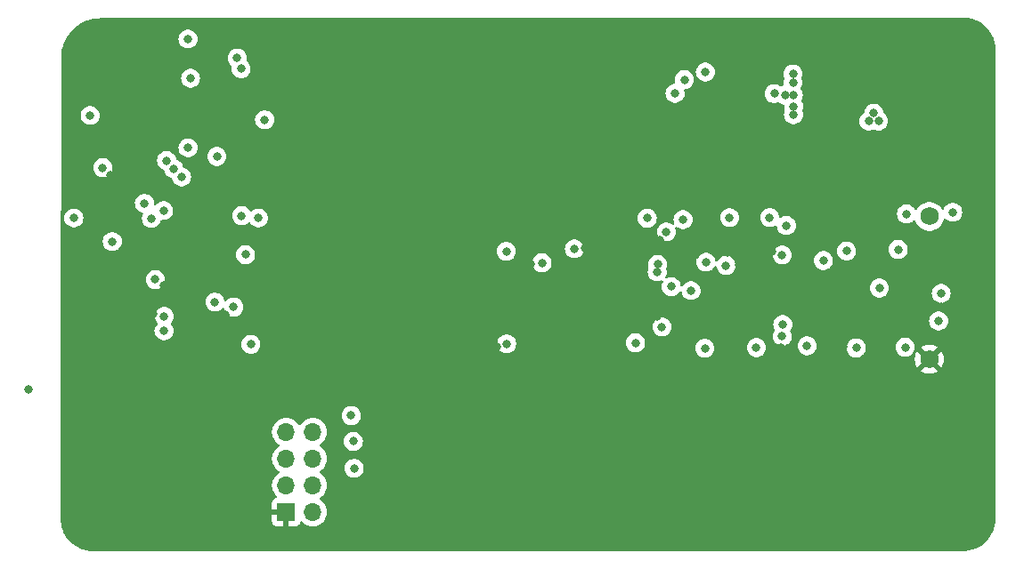
<source format=gbr>
%TF.GenerationSoftware,KiCad,Pcbnew,7.0.2-0*%
%TF.CreationDate,2023-09-28T22:34:41-05:00*%
%TF.ProjectId,spudglo_business_card,73707564-676c-46f5-9f62-7573696e6573,rev?*%
%TF.SameCoordinates,Original*%
%TF.FileFunction,Copper,L2,Inr*%
%TF.FilePolarity,Positive*%
%FSLAX46Y46*%
G04 Gerber Fmt 4.6, Leading zero omitted, Abs format (unit mm)*
G04 Created by KiCad (PCBNEW 7.0.2-0) date 2023-09-28 22:34:41*
%MOMM*%
%LPD*%
G01*
G04 APERTURE LIST*
%TA.AperFunction,ComponentPad*%
%ADD10C,1.755000*%
%TD*%
%TA.AperFunction,ComponentPad*%
%ADD11R,1.700000X1.700000*%
%TD*%
%TA.AperFunction,ComponentPad*%
%ADD12O,1.700000X1.700000*%
%TD*%
%TA.AperFunction,ViaPad*%
%ADD13C,0.800000*%
%TD*%
G04 APERTURE END LIST*
D10*
%TO.N,VBAT*%
%TO.C,BT1*%
X258000000Y-97440000D03*
%TO.N,GND*%
X258000000Y-111030000D03*
%TD*%
D11*
%TO.N,GND*%
%TO.C,J1*%
X196850000Y-125580000D03*
D12*
%TO.N,NRST*%
X199390000Y-125580000D03*
%TO.N,/spudglo_business_card_micro/NJTRST*%
X196850000Y-123040000D03*
%TO.N,/spudglo_business_card_micro/JTDO*%
X199390000Y-123040000D03*
%TO.N,/spudglo_business_card_micro/JTDI*%
X196850000Y-120500000D03*
%TO.N,/spudglo_business_card_micro/SWCLK*%
X199390000Y-120500000D03*
%TO.N,/spudglo_business_card_micro/SWDIO*%
X196850000Y-117960000D03*
%TO.N,+3V3*%
X199390000Y-117960000D03*
%TD*%
D13*
%TO.N,GND*%
X243870000Y-109910000D03*
X249860000Y-109870000D03*
%TO.N,+5V*%
X251060000Y-109960000D03*
%TO.N,GND*%
X254170000Y-109980000D03*
X259120000Y-106050000D03*
%TO.N,+5V*%
X259130000Y-104760000D03*
%TO.N,GND*%
X256380000Y-100710000D03*
%TO.N,+5V*%
X250130000Y-100730000D03*
%TO.N,GND*%
X247310000Y-99400000D03*
X243600000Y-103670000D03*
X239870000Y-109940000D03*
%TO.N,+5V*%
X232590000Y-107970000D03*
%TO.N,GND*%
X232150000Y-106940000D03*
X235130000Y-109890000D03*
X239930000Y-102050000D03*
X240600000Y-97410000D03*
X236604500Y-97467270D03*
%TO.N,+5V*%
X234590000Y-97750000D03*
%TO.N,GND*%
X228175000Y-109955000D03*
%TO.N,+5V*%
X193490000Y-109620000D03*
X191860000Y-106070000D03*
%TO.N,GND*%
X191067399Y-102404500D03*
%TO.N,+5V*%
X190070000Y-105590000D03*
%TO.N,GND*%
X188460000Y-105030000D03*
X186660000Y-104380000D03*
X185244366Y-104000305D03*
%TO.N,+5V*%
X232168219Y-102013526D03*
X231180000Y-97600000D03*
X232128201Y-102721557D03*
%TO.N,GND*%
X230280000Y-105329502D03*
X223970000Y-110020000D03*
%TO.N,+5V*%
X230070000Y-109470000D03*
X224253792Y-100521087D03*
X221180000Y-101850000D03*
X217812598Y-109567410D03*
%TO.N,GND*%
X225250000Y-100440000D03*
X220190000Y-103340000D03*
%TO.N,+5V*%
X217780000Y-100760000D03*
%TO.N,GND*%
X220104788Y-106727944D03*
X216860000Y-109870000D03*
X211840000Y-109940000D03*
X210080000Y-100640000D03*
X208100000Y-106870000D03*
X205060000Y-100840000D03*
X199190000Y-109480000D03*
X203690000Y-106640000D03*
X207141314Y-108530000D03*
X204735000Y-104705000D03*
X201097701Y-103932299D03*
X199640000Y-104120000D03*
X195750000Y-107810000D03*
X196790000Y-112940000D03*
X190386809Y-100961407D03*
X186040000Y-110020000D03*
X194710000Y-108920000D03*
X184200000Y-106700000D03*
%TO.N,+5V*%
X185260000Y-106950000D03*
%TO.N,GND*%
X187800000Y-106680000D03*
X190120000Y-109930000D03*
X191040000Y-106840000D03*
%TO.N,+5V*%
X184410000Y-103450000D03*
X192620000Y-97360000D03*
%TO.N,Net-(D7-DOUT)*%
X185232244Y-108339997D03*
%TO.N,GND*%
X211330000Y-105900000D03*
%TO.N,+5V*%
X255050000Y-100590000D03*
X238670000Y-102110000D03*
X236765500Y-101790000D03*
%TO.N,GND*%
X247060000Y-103340000D03*
%TO.N,+5V*%
X244020000Y-108850000D03*
X258890000Y-107400000D03*
X244020000Y-101110000D03*
X233469502Y-104129500D03*
X241560000Y-109940000D03*
X244070000Y-107730000D03*
X236660000Y-109990000D03*
%TO.N,GND*%
X250040000Y-105730000D03*
X241013909Y-105583909D03*
%TO.N,Net-(D24-DOUT)*%
X233000000Y-98910000D03*
%TO.N,Net-(D33-DOUT)*%
X235350000Y-104500000D03*
%TO.N,Net-(D36-DOUT)*%
X246380000Y-109770000D03*
X247940000Y-101640000D03*
%TO.N,Net-(D42-DOUT)*%
X253250000Y-104270000D03*
%TO.N,GND*%
X247080000Y-106920000D03*
X254520000Y-104110000D03*
X223210000Y-105720000D03*
X237590000Y-106760000D03*
X224210000Y-103950000D03*
X255470000Y-106480000D03*
X220139502Y-102000000D03*
X226090000Y-106590000D03*
X232364609Y-99681546D03*
X228060000Y-103840000D03*
X243005000Y-100760000D03*
X255730000Y-104815000D03*
X251930000Y-100470000D03*
%TO.N,+5V*%
X255710000Y-109890000D03*
%TO.N,GND*%
X234989216Y-101879216D03*
X238790000Y-100890000D03*
X238110000Y-105400000D03*
X251990000Y-106740000D03*
X250750000Y-104260000D03*
X235740000Y-101160000D03*
X235310000Y-105960000D03*
X240775000Y-106725000D03*
X216550000Y-106300000D03*
X213750000Y-106630000D03*
%TO.N,+5V*%
X239010000Y-97550000D03*
%TO.N,Net-(D24-DOUT)*%
X242825000Y-97545000D03*
%TO.N,Net-(D33-DOUT)*%
X244410000Y-98300000D03*
%TO.N,*%
X172360000Y-113930000D03*
%TO.N,GND*%
X205181072Y-117109823D03*
X205127250Y-119587250D03*
%TO.N,+5V*%
X203040000Y-116400000D03*
X203240000Y-118860000D03*
X203320000Y-121420000D03*
%TO.N,GND*%
X205193238Y-122144500D03*
X201050000Y-99040000D03*
X197970000Y-115850000D03*
X176530000Y-99110000D03*
%TO.N,/spudglo_business_card_micro/VBAT_MON*%
X192560000Y-83370000D03*
X187760000Y-84270000D03*
%TO.N,GND*%
X179970000Y-106780000D03*
X181840000Y-106780000D03*
X180880000Y-106780000D03*
%TO.N,NRST*%
X187520000Y-90900000D03*
X194800000Y-88230000D03*
%TO.N,/spudglo_business_card_micro/JTDO*%
X190260000Y-91730000D03*
X185480000Y-92110000D03*
%TO.N,/spudglo_business_card_micro/ANIMATION*%
X176658517Y-97583115D03*
X184035049Y-97629549D03*
%TO.N,/spudglo_business_card_micro/SPEED*%
X186150000Y-92880000D03*
%TO.N,/spudglo_business_card_micro/PAUSE*%
X186900000Y-93680000D03*
%TO.N,/spudglo_business_card_micro/SPEED*%
X183370000Y-96190000D03*
%TO.N,/spudglo_business_card_micro/PAUSE*%
X185200000Y-96880000D03*
%TO.N,+5V*%
X245070000Y-85870000D03*
X243260000Y-85740000D03*
X244300000Y-85870000D03*
X245090000Y-87740000D03*
X245100000Y-86950000D03*
X245040000Y-84700000D03*
X245040000Y-83870000D03*
X192990000Y-101080000D03*
%TO.N,GND*%
X196460000Y-97580000D03*
X176360000Y-82070000D03*
X195820000Y-102700000D03*
X195510000Y-92600000D03*
X177090000Y-85960000D03*
X198430000Y-99770000D03*
X197550000Y-96520000D03*
X177460000Y-81030000D03*
X234950000Y-87452500D03*
X183100000Y-79230000D03*
X243020000Y-87450000D03*
X180149531Y-93469531D03*
X234130000Y-87460000D03*
X178830000Y-79590000D03*
X189050000Y-79850000D03*
X181395528Y-84030016D03*
X243770000Y-87440000D03*
%TO.N,+3V3*%
X180320000Y-99830000D03*
X236710000Y-83680000D03*
X234720000Y-84410000D03*
X192195000Y-82365000D03*
X178210000Y-87819760D03*
X187510000Y-80540000D03*
X179407839Y-92799532D03*
X233827500Y-85727500D03*
%TO.N,TIM1_CH1_SHIFT*%
X194220000Y-97590000D03*
%TO.N,VBAT*%
X260230000Y-97040000D03*
X252720000Y-87610000D03*
X253180000Y-88360000D03*
X255830000Y-97200000D03*
X252255001Y-88354999D03*
%TD*%
%TA.AperFunction,Conductor*%
%TO.N,GND*%
G36*
X261316923Y-78498461D02*
G01*
X261445864Y-78509254D01*
X261629268Y-78525295D01*
X261641378Y-78526960D01*
X261790639Y-78555061D01*
X261953116Y-78587504D01*
X261964091Y-78590224D01*
X262114285Y-78634825D01*
X262268453Y-78683696D01*
X262278244Y-78687260D01*
X262423680Y-78747251D01*
X262426490Y-78748453D01*
X262571837Y-78812817D01*
X262580353Y-78816987D01*
X262719625Y-78891956D01*
X262723192Y-78893952D01*
X262859748Y-78973372D01*
X262866999Y-78977933D01*
X262998348Y-79067097D01*
X263002358Y-79069940D01*
X263128983Y-79163564D01*
X263135042Y-79168342D01*
X263241485Y-79257806D01*
X263256690Y-79270585D01*
X263261119Y-79274491D01*
X263376572Y-79381310D01*
X263381443Y-79386072D01*
X263492018Y-79500270D01*
X263496621Y-79505294D01*
X263599668Y-79624138D01*
X263603429Y-79628689D01*
X263701671Y-79753535D01*
X263706254Y-79759748D01*
X263795761Y-79889343D01*
X263798517Y-79893511D01*
X263883331Y-80027556D01*
X263887688Y-80035004D01*
X263962656Y-80174032D01*
X263964538Y-80177663D01*
X264034979Y-80319286D01*
X264038894Y-80327980D01*
X264098493Y-80475209D01*
X264099648Y-80478172D01*
X264154896Y-80625401D01*
X264158151Y-80635326D01*
X264202037Y-80791025D01*
X264241764Y-80942542D01*
X264244133Y-80953628D01*
X264271316Y-81117040D01*
X264294586Y-81267095D01*
X264295863Y-81279282D01*
X264306146Y-81466259D01*
X264312702Y-81593992D01*
X264312865Y-81600384D01*
X264299501Y-126294814D01*
X264299069Y-126305123D01*
X264288122Y-126435865D01*
X264272259Y-126617322D01*
X264270589Y-126629466D01*
X264242157Y-126780479D01*
X264210076Y-126941139D01*
X264207347Y-126952152D01*
X264162431Y-127103403D01*
X264113898Y-127256501D01*
X264110330Y-127266300D01*
X264050022Y-127412499D01*
X264048772Y-127415422D01*
X263984819Y-127559837D01*
X263980625Y-127568402D01*
X263905303Y-127708329D01*
X263903306Y-127711897D01*
X263824293Y-127847751D01*
X263819698Y-127855054D01*
X263730198Y-127986896D01*
X263727309Y-127990972D01*
X263634122Y-128117004D01*
X263629341Y-128123066D01*
X263526685Y-128245204D01*
X263522780Y-128249633D01*
X263416445Y-128364563D01*
X263411683Y-128369434D01*
X263297007Y-128480472D01*
X263291983Y-128485076D01*
X263173678Y-128587655D01*
X263169126Y-128591415D01*
X263043747Y-128690076D01*
X263037535Y-128694659D01*
X262908540Y-128783751D01*
X262904372Y-128786508D01*
X262769736Y-128871695D01*
X262762288Y-128876052D01*
X262623947Y-128950649D01*
X262620317Y-128952529D01*
X262478035Y-129023300D01*
X262469340Y-129027216D01*
X262322956Y-129086473D01*
X262319992Y-129087628D01*
X262171919Y-129143192D01*
X262161996Y-129146446D01*
X262007433Y-129190013D01*
X261854791Y-129230036D01*
X261843707Y-129232405D01*
X261682049Y-129259298D01*
X261530257Y-129282838D01*
X261518071Y-129284115D01*
X261336000Y-129294131D01*
X261203160Y-129300949D01*
X261196836Y-129301112D01*
X178413455Y-129321969D01*
X178403080Y-129321537D01*
X178273677Y-129310705D01*
X178090781Y-129294711D01*
X178078642Y-129293041D01*
X177928917Y-129264853D01*
X177766962Y-129232514D01*
X177755950Y-129229786D01*
X177605524Y-129185117D01*
X177451584Y-129136318D01*
X177441785Y-129132751D01*
X177347832Y-129093996D01*
X177296229Y-129072710D01*
X177293322Y-129071467D01*
X177148241Y-129007221D01*
X177139675Y-129003026D01*
X177000257Y-128927979D01*
X176996690Y-128925983D01*
X176860323Y-128846673D01*
X176853020Y-128842078D01*
X176721596Y-128752864D01*
X176717519Y-128749974D01*
X176591069Y-128656478D01*
X176585007Y-128651698D01*
X176508809Y-128587655D01*
X176463208Y-128549327D01*
X176458826Y-128545462D01*
X176343483Y-128438746D01*
X176338627Y-128433999D01*
X176289464Y-128383225D01*
X176227901Y-128319644D01*
X176223328Y-128314654D01*
X176120400Y-128195948D01*
X176116656Y-128191417D01*
X176018266Y-128066383D01*
X176013683Y-128060169D01*
X175924320Y-127930781D01*
X175921564Y-127926615D01*
X175871664Y-127847751D01*
X175836611Y-127792350D01*
X175832283Y-127784954D01*
X175757368Y-127646022D01*
X175755541Y-127642494D01*
X175684993Y-127500660D01*
X175681089Y-127491992D01*
X175621530Y-127344859D01*
X175620441Y-127342063D01*
X175565084Y-127194546D01*
X175561830Y-127184623D01*
X175518028Y-127029222D01*
X175478216Y-126877379D01*
X175475858Y-126866344D01*
X175448757Y-126703432D01*
X175425404Y-126552842D01*
X175424129Y-126540671D01*
X175424121Y-126540528D01*
X175413926Y-126355159D01*
X175407295Y-126225959D01*
X175407133Y-126219492D01*
X175410779Y-123039999D01*
X195494340Y-123039999D01*
X195514936Y-123275407D01*
X195559709Y-123442501D01*
X195576097Y-123503663D01*
X195675965Y-123717830D01*
X195811505Y-123911401D01*
X195811508Y-123911403D01*
X195811508Y-123911404D01*
X195933818Y-124033714D01*
X195967303Y-124095037D01*
X195962319Y-124164729D01*
X195920447Y-124220662D01*
X195889472Y-124237576D01*
X195757913Y-124286646D01*
X195642811Y-124372811D01*
X195556647Y-124487910D01*
X195506400Y-124622628D01*
X195500354Y-124678867D01*
X195500000Y-124685481D01*
X195500000Y-125330000D01*
X196416314Y-125330000D01*
X196390507Y-125370156D01*
X196350000Y-125508111D01*
X196350000Y-125651889D01*
X196390507Y-125789844D01*
X196416314Y-125830000D01*
X195500000Y-125830000D01*
X195500000Y-126474518D01*
X195500354Y-126481132D01*
X195506400Y-126537371D01*
X195556647Y-126672089D01*
X195642811Y-126787188D01*
X195757910Y-126873352D01*
X195892628Y-126923599D01*
X195948867Y-126929645D01*
X195955482Y-126930000D01*
X196600000Y-126930000D01*
X196600000Y-126015501D01*
X196707685Y-126064680D01*
X196814237Y-126080000D01*
X196885763Y-126080000D01*
X196992315Y-126064680D01*
X197099999Y-126015501D01*
X197100000Y-126930000D01*
X197744518Y-126930000D01*
X197751132Y-126929645D01*
X197807371Y-126923599D01*
X197942089Y-126873352D01*
X198057188Y-126787188D01*
X198143352Y-126672089D01*
X198192422Y-126540528D01*
X198234294Y-126484595D01*
X198299758Y-126460178D01*
X198368031Y-126475030D01*
X198396284Y-126496180D01*
X198518599Y-126618495D01*
X198712170Y-126754035D01*
X198926337Y-126853903D01*
X199154592Y-126915063D01*
X199390000Y-126935659D01*
X199625408Y-126915063D01*
X199853663Y-126853903D01*
X200067830Y-126754035D01*
X200261401Y-126618495D01*
X200428495Y-126451401D01*
X200564035Y-126257830D01*
X200663903Y-126043663D01*
X200725063Y-125815408D01*
X200745659Y-125580000D01*
X200725063Y-125344592D01*
X200663903Y-125116337D01*
X200564035Y-124902171D01*
X200428495Y-124708599D01*
X200261401Y-124541505D01*
X200075839Y-124411573D01*
X200032215Y-124356997D01*
X200025023Y-124287498D01*
X200056545Y-124225144D01*
X200075831Y-124208432D01*
X200261401Y-124078495D01*
X200428495Y-123911401D01*
X200564035Y-123717830D01*
X200663903Y-123503663D01*
X200725063Y-123275408D01*
X200745659Y-123040000D01*
X200725063Y-122804592D01*
X200663903Y-122576337D01*
X200564035Y-122362171D01*
X200428495Y-122168599D01*
X200261401Y-122001505D01*
X200075839Y-121871573D01*
X200032215Y-121816997D01*
X200025023Y-121747498D01*
X200056545Y-121685144D01*
X200075831Y-121668432D01*
X200261401Y-121538495D01*
X200379896Y-121420000D01*
X202414540Y-121420000D01*
X202434326Y-121608257D01*
X202492820Y-121788284D01*
X202587466Y-121952216D01*
X202714129Y-122092889D01*
X202867269Y-122204151D01*
X203040197Y-122281144D01*
X203225352Y-122320500D01*
X203225354Y-122320500D01*
X203414648Y-122320500D01*
X203538083Y-122294262D01*
X203599803Y-122281144D01*
X203772730Y-122204151D01*
X203925871Y-122092888D01*
X204052533Y-121952216D01*
X204147179Y-121788284D01*
X204205674Y-121608256D01*
X204225460Y-121420000D01*
X204205674Y-121231744D01*
X204147179Y-121051716D01*
X204147179Y-121051715D01*
X204052533Y-120887783D01*
X203925870Y-120747110D01*
X203772730Y-120635848D01*
X203599802Y-120558855D01*
X203414648Y-120519500D01*
X203414646Y-120519500D01*
X203225354Y-120519500D01*
X203225352Y-120519500D01*
X203040197Y-120558855D01*
X202867269Y-120635848D01*
X202714129Y-120747110D01*
X202587466Y-120887783D01*
X202492820Y-121051715D01*
X202434326Y-121231742D01*
X202414540Y-121420000D01*
X200379896Y-121420000D01*
X200428495Y-121371401D01*
X200564035Y-121177830D01*
X200663903Y-120963663D01*
X200725063Y-120735408D01*
X200745659Y-120500000D01*
X200725063Y-120264592D01*
X200663903Y-120036337D01*
X200564035Y-119822171D01*
X200428495Y-119628599D01*
X200261401Y-119461505D01*
X200075839Y-119331573D01*
X200032217Y-119276998D01*
X200025024Y-119207499D01*
X200056546Y-119145145D01*
X200075837Y-119128428D01*
X200261401Y-118998495D01*
X200399897Y-118859999D01*
X202334540Y-118859999D01*
X202354326Y-119048257D01*
X202412820Y-119228284D01*
X202507466Y-119392216D01*
X202634129Y-119532889D01*
X202787269Y-119644151D01*
X202960197Y-119721144D01*
X203145352Y-119760500D01*
X203145354Y-119760500D01*
X203334648Y-119760500D01*
X203458084Y-119734262D01*
X203519803Y-119721144D01*
X203692730Y-119644151D01*
X203845871Y-119532888D01*
X203972533Y-119392216D01*
X204067179Y-119228284D01*
X204125674Y-119048256D01*
X204145460Y-118860000D01*
X204125674Y-118671744D01*
X204067179Y-118491716D01*
X204067179Y-118491715D01*
X203972533Y-118327783D01*
X203845870Y-118187110D01*
X203692730Y-118075848D01*
X203519802Y-117998855D01*
X203334648Y-117959500D01*
X203334646Y-117959500D01*
X203145354Y-117959500D01*
X203145352Y-117959500D01*
X202960197Y-117998855D01*
X202787269Y-118075848D01*
X202634129Y-118187110D01*
X202507466Y-118327783D01*
X202412820Y-118491715D01*
X202354326Y-118671742D01*
X202334540Y-118859999D01*
X200399897Y-118859999D01*
X200428495Y-118831401D01*
X200564035Y-118637830D01*
X200663903Y-118423663D01*
X200725063Y-118195408D01*
X200745659Y-117960000D01*
X200725063Y-117724592D01*
X200663903Y-117496337D01*
X200564035Y-117282171D01*
X200428495Y-117088599D01*
X200261401Y-116921505D01*
X200067830Y-116785965D01*
X199853663Y-116686097D01*
X199792501Y-116669709D01*
X199625407Y-116624936D01*
X199389999Y-116604340D01*
X199154592Y-116624936D01*
X198926336Y-116686097D01*
X198712170Y-116785965D01*
X198518598Y-116921505D01*
X198351508Y-117088595D01*
X198221574Y-117274160D01*
X198166997Y-117317785D01*
X198097498Y-117324977D01*
X198035144Y-117293455D01*
X198018429Y-117274164D01*
X197888495Y-117088599D01*
X197721401Y-116921505D01*
X197527830Y-116785965D01*
X197313663Y-116686097D01*
X197252501Y-116669709D01*
X197085407Y-116624936D01*
X196850000Y-116604340D01*
X196614592Y-116624936D01*
X196386336Y-116686097D01*
X196172170Y-116785965D01*
X195978598Y-116921505D01*
X195811505Y-117088598D01*
X195675965Y-117282170D01*
X195576097Y-117496336D01*
X195514936Y-117724592D01*
X195494340Y-117960000D01*
X195514936Y-118195407D01*
X195559709Y-118362501D01*
X195576097Y-118423663D01*
X195675965Y-118637830D01*
X195811505Y-118831401D01*
X195978599Y-118998495D01*
X196164160Y-119128426D01*
X196207783Y-119183002D01*
X196214976Y-119252501D01*
X196183454Y-119314855D01*
X196164159Y-119331575D01*
X195978595Y-119461508D01*
X195811505Y-119628598D01*
X195675965Y-119822170D01*
X195576097Y-120036336D01*
X195514936Y-120264592D01*
X195494340Y-120500000D01*
X195514936Y-120735407D01*
X195559709Y-120902501D01*
X195576097Y-120963663D01*
X195675965Y-121177830D01*
X195811505Y-121371401D01*
X195978599Y-121538495D01*
X196164160Y-121668426D01*
X196207783Y-121723002D01*
X196214976Y-121792501D01*
X196183454Y-121854855D01*
X196164159Y-121871575D01*
X195978595Y-122001508D01*
X195811505Y-122168598D01*
X195675965Y-122362170D01*
X195576097Y-122576336D01*
X195514936Y-122804592D01*
X195494340Y-123039999D01*
X175410779Y-123039999D01*
X175418392Y-116400000D01*
X202134540Y-116400000D01*
X202154326Y-116588257D01*
X202212820Y-116768284D01*
X202307466Y-116932216D01*
X202434129Y-117072889D01*
X202587269Y-117184151D01*
X202760197Y-117261144D01*
X202945352Y-117300500D01*
X202945354Y-117300500D01*
X203134648Y-117300500D01*
X203258572Y-117274159D01*
X203319803Y-117261144D01*
X203492730Y-117184151D01*
X203624248Y-117088598D01*
X203645870Y-117072889D01*
X203772533Y-116932216D01*
X203867179Y-116768284D01*
X203893883Y-116686097D01*
X203925674Y-116588256D01*
X203945460Y-116400000D01*
X203925674Y-116211744D01*
X203867179Y-116031716D01*
X203867179Y-116031715D01*
X203772533Y-115867783D01*
X203645870Y-115727110D01*
X203492730Y-115615848D01*
X203319802Y-115538855D01*
X203134648Y-115499500D01*
X203134646Y-115499500D01*
X202945354Y-115499500D01*
X202945352Y-115499500D01*
X202760197Y-115538855D01*
X202587269Y-115615848D01*
X202434129Y-115727110D01*
X202307466Y-115867783D01*
X202212820Y-116031715D01*
X202154326Y-116211742D01*
X202134540Y-116400000D01*
X175418392Y-116400000D01*
X175424549Y-111030000D01*
X256617778Y-111030000D01*
X256636630Y-111257501D01*
X256692673Y-111478808D01*
X256784371Y-111687861D01*
X256865068Y-111811376D01*
X257448706Y-111227739D01*
X257489003Y-111325024D01*
X257582773Y-111447227D01*
X257704976Y-111540997D01*
X257802259Y-111581293D01*
X257217233Y-112166318D01*
X257243997Y-112187148D01*
X257444771Y-112295802D01*
X257660681Y-112369924D01*
X257885858Y-112407500D01*
X258114142Y-112407500D01*
X258339318Y-112369924D01*
X258555227Y-112295802D01*
X258756004Y-112187147D01*
X258782764Y-112166318D01*
X258197740Y-111581293D01*
X258295024Y-111540997D01*
X258417227Y-111447227D01*
X258510997Y-111325024D01*
X258551293Y-111227740D01*
X259134930Y-111811377D01*
X259215625Y-111687865D01*
X259307327Y-111478807D01*
X259363369Y-111257501D01*
X259382221Y-111029999D01*
X259363369Y-110802498D01*
X259307326Y-110581191D01*
X259215626Y-110372133D01*
X259134931Y-110248621D01*
X259134930Y-110248621D01*
X258551292Y-110832258D01*
X258510997Y-110734976D01*
X258417227Y-110612773D01*
X258295024Y-110519003D01*
X258197740Y-110478706D01*
X258782765Y-109893681D01*
X258782765Y-109893680D01*
X258756003Y-109872851D01*
X258555228Y-109764197D01*
X258339318Y-109690075D01*
X258114142Y-109652500D01*
X257885858Y-109652500D01*
X257660681Y-109690075D01*
X257444772Y-109764197D01*
X257243994Y-109872853D01*
X257217234Y-109893679D01*
X257217234Y-109893680D01*
X257802260Y-110478706D01*
X257704976Y-110519003D01*
X257582773Y-110612773D01*
X257489003Y-110734976D01*
X257448706Y-110832260D01*
X256865067Y-110248621D01*
X256784372Y-110372136D01*
X256692673Y-110581192D01*
X256636630Y-110802498D01*
X256617778Y-111030000D01*
X175424549Y-111030000D01*
X175426166Y-109619999D01*
X192584540Y-109619999D01*
X192604326Y-109808257D01*
X192662820Y-109988284D01*
X192757466Y-110152216D01*
X192884129Y-110292889D01*
X193037269Y-110404151D01*
X193210197Y-110481144D01*
X193395352Y-110520500D01*
X193395354Y-110520500D01*
X193584648Y-110520500D01*
X193717713Y-110492216D01*
X193769803Y-110481144D01*
X193942730Y-110404151D01*
X194043216Y-110331144D01*
X194095870Y-110292889D01*
X194199086Y-110178257D01*
X194222533Y-110152216D01*
X194317179Y-109988284D01*
X194375674Y-109808256D01*
X194395460Y-109620000D01*
X194389933Y-109567410D01*
X216907138Y-109567410D01*
X216926924Y-109755667D01*
X216985418Y-109935694D01*
X217080064Y-110099626D01*
X217206727Y-110240299D01*
X217359867Y-110351561D01*
X217532795Y-110428554D01*
X217717950Y-110467910D01*
X217717952Y-110467910D01*
X217907246Y-110467910D01*
X218030682Y-110441672D01*
X218092401Y-110428554D01*
X218265328Y-110351561D01*
X218333246Y-110302216D01*
X218418468Y-110240299D01*
X218545131Y-110099626D01*
X218639777Y-109935694D01*
X218653428Y-109893680D01*
X218698272Y-109755666D01*
X218718058Y-109567410D01*
X218707820Y-109469999D01*
X229164540Y-109469999D01*
X229184326Y-109658257D01*
X229242820Y-109838284D01*
X229337466Y-110002216D01*
X229464129Y-110142889D01*
X229617269Y-110254151D01*
X229790197Y-110331144D01*
X229975352Y-110370500D01*
X229975354Y-110370500D01*
X230164648Y-110370500D01*
X230288084Y-110344262D01*
X230349803Y-110331144D01*
X230522730Y-110254151D01*
X230663032Y-110152216D01*
X230675870Y-110142889D01*
X230802533Y-110002216D01*
X230809586Y-109990000D01*
X235754540Y-109990000D01*
X235774326Y-110178257D01*
X235832820Y-110358284D01*
X235927466Y-110522216D01*
X236054129Y-110662889D01*
X236207269Y-110774151D01*
X236380197Y-110851144D01*
X236565352Y-110890500D01*
X236565354Y-110890500D01*
X236754648Y-110890500D01*
X236895786Y-110860500D01*
X236939803Y-110851144D01*
X237112730Y-110774151D01*
X237166650Y-110734976D01*
X237265870Y-110662889D01*
X237294454Y-110631144D01*
X237392533Y-110522216D01*
X237487179Y-110358284D01*
X237545674Y-110178256D01*
X237565460Y-109990000D01*
X237560205Y-109940000D01*
X240654540Y-109940000D01*
X240674326Y-110128257D01*
X240732820Y-110308284D01*
X240827466Y-110472216D01*
X240954129Y-110612889D01*
X241107269Y-110724151D01*
X241280197Y-110801144D01*
X241465352Y-110840500D01*
X241465354Y-110840500D01*
X241654648Y-110840500D01*
X241778084Y-110814262D01*
X241839803Y-110801144D01*
X242012730Y-110724151D01*
X242078391Y-110676446D01*
X242165870Y-110612889D01*
X242165975Y-110612773D01*
X242292533Y-110472216D01*
X242387179Y-110308284D01*
X242445674Y-110128256D01*
X242465460Y-109940000D01*
X242447593Y-109770000D01*
X245474540Y-109770000D01*
X245494326Y-109958257D01*
X245552820Y-110138284D01*
X245647466Y-110302216D01*
X245774129Y-110442889D01*
X245927269Y-110554151D01*
X246100197Y-110631144D01*
X246285352Y-110670500D01*
X246285354Y-110670500D01*
X246474648Y-110670500D01*
X246598084Y-110644262D01*
X246659803Y-110631144D01*
X246832730Y-110554151D01*
X246933216Y-110481144D01*
X246985870Y-110442889D01*
X247112533Y-110302216D01*
X247207179Y-110138284D01*
X247251390Y-110002216D01*
X247265108Y-109959999D01*
X250154540Y-109959999D01*
X250174326Y-110148257D01*
X250232820Y-110328284D01*
X250327466Y-110492216D01*
X250454129Y-110632889D01*
X250607269Y-110744151D01*
X250780197Y-110821144D01*
X250965352Y-110860500D01*
X250965354Y-110860500D01*
X251154648Y-110860500D01*
X251278083Y-110834262D01*
X251339803Y-110821144D01*
X251512730Y-110744151D01*
X251540258Y-110724151D01*
X251665870Y-110632889D01*
X251792533Y-110492216D01*
X251887179Y-110328284D01*
X251895649Y-110302216D01*
X251945674Y-110148256D01*
X251965460Y-109960000D01*
X251958103Y-109889999D01*
X254804540Y-109889999D01*
X254824326Y-110078257D01*
X254882820Y-110258284D01*
X254977466Y-110422216D01*
X255104129Y-110562889D01*
X255257269Y-110674151D01*
X255430197Y-110751144D01*
X255615352Y-110790500D01*
X255615354Y-110790500D01*
X255804648Y-110790500D01*
X255928083Y-110764262D01*
X255989803Y-110751144D01*
X256162730Y-110674151D01*
X256315871Y-110562888D01*
X256442533Y-110422216D01*
X256537179Y-110258284D01*
X256595674Y-110078256D01*
X256615460Y-109890000D01*
X256595674Y-109701744D01*
X256537179Y-109521716D01*
X256537179Y-109521715D01*
X256442533Y-109357783D01*
X256315870Y-109217110D01*
X256162730Y-109105848D01*
X255989802Y-109028855D01*
X255804648Y-108989500D01*
X255804646Y-108989500D01*
X255615354Y-108989500D01*
X255615352Y-108989500D01*
X255430197Y-109028855D01*
X255257269Y-109105848D01*
X255104129Y-109217110D01*
X254977466Y-109357783D01*
X254882820Y-109521715D01*
X254824326Y-109701742D01*
X254804540Y-109889999D01*
X251958103Y-109889999D01*
X251945674Y-109771744D01*
X251896927Y-109621716D01*
X251887179Y-109591715D01*
X251792533Y-109427783D01*
X251665870Y-109287110D01*
X251512730Y-109175848D01*
X251339802Y-109098855D01*
X251154648Y-109059500D01*
X251154646Y-109059500D01*
X250965354Y-109059500D01*
X250965352Y-109059500D01*
X250780197Y-109098855D01*
X250607269Y-109175848D01*
X250454129Y-109287110D01*
X250327466Y-109427783D01*
X250232820Y-109591715D01*
X250174326Y-109771742D01*
X250154540Y-109959999D01*
X247265108Y-109959999D01*
X247265674Y-109958256D01*
X247285460Y-109770000D01*
X247265674Y-109581744D01*
X247209151Y-109407784D01*
X247207179Y-109401715D01*
X247112533Y-109237783D01*
X246985870Y-109097110D01*
X246832730Y-108985848D01*
X246659802Y-108908855D01*
X246474648Y-108869500D01*
X246474646Y-108869500D01*
X246285354Y-108869500D01*
X246285352Y-108869500D01*
X246100197Y-108908855D01*
X245927269Y-108985848D01*
X245774129Y-109097110D01*
X245647466Y-109237783D01*
X245552820Y-109401715D01*
X245494326Y-109581742D01*
X245474540Y-109770000D01*
X242447593Y-109770000D01*
X242445674Y-109751744D01*
X242413427Y-109652500D01*
X242387179Y-109571715D01*
X242292533Y-109407783D01*
X242165870Y-109267110D01*
X242012730Y-109155848D01*
X241839802Y-109078855D01*
X241654648Y-109039500D01*
X241654646Y-109039500D01*
X241465354Y-109039500D01*
X241465352Y-109039500D01*
X241280197Y-109078855D01*
X241107269Y-109155848D01*
X240954129Y-109267110D01*
X240827466Y-109407783D01*
X240732820Y-109571715D01*
X240674326Y-109751742D01*
X240654540Y-109940000D01*
X237560205Y-109940000D01*
X237545674Y-109801744D01*
X237499052Y-109658256D01*
X237487179Y-109621715D01*
X237392533Y-109457783D01*
X237265870Y-109317110D01*
X237112730Y-109205848D01*
X236939802Y-109128855D01*
X236754648Y-109089500D01*
X236754646Y-109089500D01*
X236565354Y-109089500D01*
X236565352Y-109089500D01*
X236380197Y-109128855D01*
X236207269Y-109205848D01*
X236054129Y-109317110D01*
X235927466Y-109457783D01*
X235832820Y-109621715D01*
X235774326Y-109801742D01*
X235754540Y-109990000D01*
X230809586Y-109990000D01*
X230897179Y-109838284D01*
X230924023Y-109755666D01*
X230955674Y-109658256D01*
X230975460Y-109470000D01*
X230955674Y-109281744D01*
X230914768Y-109155848D01*
X230897179Y-109101715D01*
X230802533Y-108937783D01*
X230675870Y-108797110D01*
X230522730Y-108685848D01*
X230349802Y-108608855D01*
X230164648Y-108569500D01*
X230164646Y-108569500D01*
X229975354Y-108569500D01*
X229975352Y-108569500D01*
X229790197Y-108608855D01*
X229617269Y-108685848D01*
X229464129Y-108797110D01*
X229337466Y-108937783D01*
X229242820Y-109101715D01*
X229184326Y-109281742D01*
X229164540Y-109469999D01*
X218707820Y-109469999D01*
X218698272Y-109379154D01*
X218661867Y-109267112D01*
X218639777Y-109199125D01*
X218545131Y-109035193D01*
X218418468Y-108894520D01*
X218265328Y-108783258D01*
X218092400Y-108706265D01*
X217907246Y-108666910D01*
X217907244Y-108666910D01*
X217717952Y-108666910D01*
X217717950Y-108666910D01*
X217532795Y-108706265D01*
X217359867Y-108783258D01*
X217206727Y-108894520D01*
X217080064Y-109035193D01*
X216985418Y-109199125D01*
X216926924Y-109379152D01*
X216907138Y-109567410D01*
X194389933Y-109567410D01*
X194375674Y-109431744D01*
X194326935Y-109281742D01*
X194317179Y-109251715D01*
X194222533Y-109087783D01*
X194095870Y-108947110D01*
X193942730Y-108835848D01*
X193769802Y-108758855D01*
X193584648Y-108719500D01*
X193584646Y-108719500D01*
X193395354Y-108719500D01*
X193395352Y-108719500D01*
X193210197Y-108758855D01*
X193037269Y-108835848D01*
X192884129Y-108947110D01*
X192757466Y-109087783D01*
X192662820Y-109251715D01*
X192604326Y-109431742D01*
X192584540Y-109619999D01*
X175426166Y-109619999D01*
X175427634Y-108339997D01*
X184326784Y-108339997D01*
X184346570Y-108528254D01*
X184405064Y-108708281D01*
X184499710Y-108872213D01*
X184626373Y-109012886D01*
X184779513Y-109124148D01*
X184952441Y-109201141D01*
X185137596Y-109240497D01*
X185137598Y-109240497D01*
X185326892Y-109240497D01*
X185489897Y-109205849D01*
X185512047Y-109201141D01*
X185684974Y-109124148D01*
X185773955Y-109059500D01*
X185838114Y-109012886D01*
X185964777Y-108872213D01*
X186059423Y-108708281D01*
X186074544Y-108661744D01*
X186117918Y-108528253D01*
X186137704Y-108339997D01*
X186117918Y-108151741D01*
X186059423Y-107971713D01*
X186059423Y-107971712D01*
X186058434Y-107969999D01*
X231684540Y-107969999D01*
X231704326Y-108158257D01*
X231762820Y-108338284D01*
X231857466Y-108502216D01*
X231984129Y-108642889D01*
X232137269Y-108754151D01*
X232310197Y-108831144D01*
X232495352Y-108870500D01*
X232495354Y-108870500D01*
X232684648Y-108870500D01*
X232781090Y-108850000D01*
X243114540Y-108850000D01*
X243116695Y-108870500D01*
X243134326Y-109038257D01*
X243192820Y-109218284D01*
X243287466Y-109382216D01*
X243414129Y-109522889D01*
X243567269Y-109634151D01*
X243740197Y-109711144D01*
X243925352Y-109750500D01*
X243925354Y-109750500D01*
X244114648Y-109750500D01*
X244238083Y-109724262D01*
X244299803Y-109711144D01*
X244472730Y-109634151D01*
X244531137Y-109591716D01*
X244625870Y-109522889D01*
X244752533Y-109382216D01*
X244847179Y-109218284D01*
X244876236Y-109128855D01*
X244905674Y-109038256D01*
X244925460Y-108850000D01*
X244905674Y-108661744D01*
X244847179Y-108481716D01*
X244797286Y-108395299D01*
X244780814Y-108327402D01*
X244797287Y-108271301D01*
X244802530Y-108262218D01*
X244802533Y-108262216D01*
X244897179Y-108098284D01*
X244955674Y-107918256D01*
X244975460Y-107730000D01*
X244955674Y-107541744D01*
X244909618Y-107400000D01*
X257984540Y-107400000D01*
X258004326Y-107588257D01*
X258062820Y-107768284D01*
X258157466Y-107932216D01*
X258284129Y-108072889D01*
X258437269Y-108184151D01*
X258610197Y-108261144D01*
X258795352Y-108300500D01*
X258795354Y-108300500D01*
X258984648Y-108300500D01*
X259108083Y-108274262D01*
X259169803Y-108261144D01*
X259342730Y-108184151D01*
X259387339Y-108151741D01*
X259495870Y-108072889D01*
X259622533Y-107932216D01*
X259717179Y-107768284D01*
X259729618Y-107730000D01*
X259775674Y-107588256D01*
X259795460Y-107400000D01*
X259775674Y-107211744D01*
X259717179Y-107031716D01*
X259717179Y-107031715D01*
X259622533Y-106867783D01*
X259495870Y-106727110D01*
X259342730Y-106615848D01*
X259169802Y-106538855D01*
X258984648Y-106499500D01*
X258984646Y-106499500D01*
X258795354Y-106499500D01*
X258795352Y-106499500D01*
X258610197Y-106538855D01*
X258437269Y-106615848D01*
X258284129Y-106727110D01*
X258157466Y-106867783D01*
X258062820Y-107031715D01*
X258004326Y-107211742D01*
X257984540Y-107400000D01*
X244909618Y-107400000D01*
X244897179Y-107361716D01*
X244897179Y-107361715D01*
X244802533Y-107197783D01*
X244675870Y-107057110D01*
X244522730Y-106945848D01*
X244349802Y-106868855D01*
X244164648Y-106829500D01*
X244164646Y-106829500D01*
X243975354Y-106829500D01*
X243975352Y-106829500D01*
X243790197Y-106868855D01*
X243617269Y-106945848D01*
X243464129Y-107057110D01*
X243337466Y-107197783D01*
X243242820Y-107361715D01*
X243184326Y-107541742D01*
X243164540Y-107729999D01*
X243184326Y-107918257D01*
X243242820Y-108098284D01*
X243292712Y-108184698D01*
X243309185Y-108252598D01*
X243292712Y-108308698D01*
X243192820Y-108481715D01*
X243134326Y-108661742D01*
X243116522Y-108831144D01*
X243114540Y-108850000D01*
X232781090Y-108850000D01*
X232808084Y-108844262D01*
X232869803Y-108831144D01*
X233042730Y-108754151D01*
X233136740Y-108685849D01*
X233195870Y-108642889D01*
X233226515Y-108608855D01*
X233322533Y-108502216D01*
X233417179Y-108338284D01*
X233475674Y-108158256D01*
X233495460Y-107970000D01*
X233475674Y-107781744D01*
X233438427Y-107667109D01*
X233417179Y-107601715D01*
X233322533Y-107437783D01*
X233195870Y-107297110D01*
X233042730Y-107185848D01*
X232869802Y-107108855D01*
X232684648Y-107069500D01*
X232684646Y-107069500D01*
X232495354Y-107069500D01*
X232495352Y-107069500D01*
X232310197Y-107108855D01*
X232137269Y-107185848D01*
X231984129Y-107297110D01*
X231857466Y-107437783D01*
X231762820Y-107601715D01*
X231704326Y-107781742D01*
X231684540Y-107969999D01*
X186058434Y-107969999D01*
X185964777Y-107807780D01*
X185906793Y-107743383D01*
X185876563Y-107680392D01*
X185885188Y-107611057D01*
X185906794Y-107577438D01*
X185934550Y-107546613D01*
X185992533Y-107482216D01*
X186087179Y-107318284D01*
X186145674Y-107138256D01*
X186165460Y-106950000D01*
X186145674Y-106761744D01*
X186087179Y-106581716D01*
X186087179Y-106581715D01*
X185992533Y-106417783D01*
X185865870Y-106277110D01*
X185712730Y-106165848D01*
X185539802Y-106088855D01*
X185354648Y-106049500D01*
X185354646Y-106049500D01*
X185165354Y-106049500D01*
X185165352Y-106049500D01*
X184980197Y-106088855D01*
X184807269Y-106165848D01*
X184654129Y-106277110D01*
X184527466Y-106417783D01*
X184432820Y-106581715D01*
X184374326Y-106761742D01*
X184354540Y-106949999D01*
X184374326Y-107138257D01*
X184432820Y-107318284D01*
X184527466Y-107482216D01*
X184585450Y-107546613D01*
X184615680Y-107609604D01*
X184607055Y-107678939D01*
X184585450Y-107712557D01*
X184499710Y-107807780D01*
X184405064Y-107971712D01*
X184346570Y-108151739D01*
X184326784Y-108339997D01*
X175427634Y-108339997D01*
X175430787Y-105589999D01*
X189164540Y-105589999D01*
X189184326Y-105778257D01*
X189242820Y-105958284D01*
X189337466Y-106122216D01*
X189464129Y-106262889D01*
X189617269Y-106374151D01*
X189790197Y-106451144D01*
X189975352Y-106490500D01*
X189975354Y-106490500D01*
X190164648Y-106490500D01*
X190288084Y-106464262D01*
X190349803Y-106451144D01*
X190522730Y-106374151D01*
X190522729Y-106374150D01*
X190675870Y-106262889D01*
X190694171Y-106242564D01*
X190757207Y-106172555D01*
X190816692Y-106135907D01*
X190886549Y-106137237D01*
X190944598Y-106176124D01*
X190972408Y-106240221D01*
X190972676Y-106242564D01*
X190974325Y-106258252D01*
X190974325Y-106258254D01*
X190974326Y-106258256D01*
X190980452Y-106277110D01*
X191032820Y-106438284D01*
X191127466Y-106602216D01*
X191254129Y-106742889D01*
X191407269Y-106854151D01*
X191580197Y-106931144D01*
X191765352Y-106970500D01*
X191765354Y-106970500D01*
X191954648Y-106970500D01*
X192078083Y-106944262D01*
X192139803Y-106931144D01*
X192312730Y-106854151D01*
X192465871Y-106742888D01*
X192592533Y-106602216D01*
X192687179Y-106438284D01*
X192745674Y-106258256D01*
X192765460Y-106070000D01*
X192745674Y-105881744D01*
X192687179Y-105701716D01*
X192687179Y-105701715D01*
X192592533Y-105537783D01*
X192465870Y-105397110D01*
X192312730Y-105285848D01*
X192139802Y-105208855D01*
X191954648Y-105169500D01*
X191954646Y-105169500D01*
X191765354Y-105169500D01*
X191765352Y-105169500D01*
X191580197Y-105208855D01*
X191407269Y-105285848D01*
X191254129Y-105397111D01*
X191172792Y-105487444D01*
X191113305Y-105524092D01*
X191043448Y-105522761D01*
X190985400Y-105483874D01*
X190957591Y-105419777D01*
X190957331Y-105417518D01*
X190955674Y-105401744D01*
X190918017Y-105285848D01*
X190897179Y-105221715D01*
X190802533Y-105057783D01*
X190675870Y-104917110D01*
X190522730Y-104805848D01*
X190349802Y-104728855D01*
X190164648Y-104689500D01*
X190164646Y-104689500D01*
X189975354Y-104689500D01*
X189975352Y-104689500D01*
X189790197Y-104728855D01*
X189617269Y-104805848D01*
X189464129Y-104917110D01*
X189337466Y-105057783D01*
X189242820Y-105221715D01*
X189184326Y-105401742D01*
X189164540Y-105589999D01*
X175430787Y-105589999D01*
X175433241Y-103449999D01*
X183504540Y-103449999D01*
X183524326Y-103638257D01*
X183582820Y-103818284D01*
X183677466Y-103982216D01*
X183804129Y-104122889D01*
X183957269Y-104234151D01*
X184130197Y-104311144D01*
X184315352Y-104350500D01*
X184315354Y-104350500D01*
X184504648Y-104350500D01*
X184658691Y-104317757D01*
X184689803Y-104311144D01*
X184862730Y-104234151D01*
X184871495Y-104227783D01*
X185015870Y-104122889D01*
X185055420Y-104078965D01*
X185142533Y-103982216D01*
X185237179Y-103818284D01*
X185295674Y-103638256D01*
X185315460Y-103450000D01*
X185295674Y-103261744D01*
X185237179Y-103081716D01*
X185237179Y-103081715D01*
X185142533Y-102917783D01*
X185015870Y-102777110D01*
X184862730Y-102665848D01*
X184689802Y-102588855D01*
X184504648Y-102549500D01*
X184504646Y-102549500D01*
X184315354Y-102549500D01*
X184315352Y-102549500D01*
X184130197Y-102588855D01*
X183957269Y-102665848D01*
X183804129Y-102777110D01*
X183677466Y-102917783D01*
X183582820Y-103081715D01*
X183524326Y-103261742D01*
X183504540Y-103449999D01*
X175433241Y-103449999D01*
X175435959Y-101079999D01*
X192084540Y-101079999D01*
X192104326Y-101268257D01*
X192162820Y-101448284D01*
X192257466Y-101612216D01*
X192384129Y-101752889D01*
X192537269Y-101864151D01*
X192710197Y-101941144D01*
X192895352Y-101980500D01*
X192895354Y-101980500D01*
X193084648Y-101980500D01*
X193208083Y-101954262D01*
X193269803Y-101941144D01*
X193442730Y-101864151D01*
X193462207Y-101850000D01*
X220274540Y-101850000D01*
X220294326Y-102038257D01*
X220352820Y-102218284D01*
X220447466Y-102382216D01*
X220574129Y-102522889D01*
X220727269Y-102634151D01*
X220900197Y-102711144D01*
X221085352Y-102750500D01*
X221085354Y-102750500D01*
X221274648Y-102750500D01*
X221410818Y-102721556D01*
X231222741Y-102721556D01*
X231242527Y-102909814D01*
X231301021Y-103089841D01*
X231395667Y-103253773D01*
X231522330Y-103394446D01*
X231675470Y-103505708D01*
X231848398Y-103582701D01*
X232033553Y-103622057D01*
X232033555Y-103622057D01*
X232222849Y-103622057D01*
X232408001Y-103582702D01*
X232408002Y-103582701D01*
X232408004Y-103582701D01*
X232513481Y-103535738D01*
X232582729Y-103526453D01*
X232646006Y-103556081D01*
X232683220Y-103615216D01*
X232682556Y-103685082D01*
X232671304Y-103711016D01*
X232642323Y-103761214D01*
X232583828Y-103941242D01*
X232564042Y-104129499D01*
X232583828Y-104317757D01*
X232642322Y-104497784D01*
X232736968Y-104661716D01*
X232863631Y-104802389D01*
X233016771Y-104913651D01*
X233189699Y-104990644D01*
X233374854Y-105030000D01*
X233374856Y-105030000D01*
X233564150Y-105030000D01*
X233687585Y-105003762D01*
X233749305Y-104990644D01*
X233922232Y-104913651D01*
X233984675Y-104868284D01*
X234075372Y-104802389D01*
X234202035Y-104661716D01*
X234230755Y-104611972D01*
X234281322Y-104563757D01*
X234349929Y-104550533D01*
X234414793Y-104576501D01*
X234455322Y-104633415D01*
X234461461Y-104661004D01*
X234461537Y-104661716D01*
X234464326Y-104688257D01*
X234522820Y-104868284D01*
X234617466Y-105032216D01*
X234744129Y-105172889D01*
X234897269Y-105284151D01*
X235070197Y-105361144D01*
X235255352Y-105400500D01*
X235255354Y-105400500D01*
X235444648Y-105400500D01*
X235568084Y-105374262D01*
X235629803Y-105361144D01*
X235802730Y-105284151D01*
X235906365Y-105208856D01*
X235955870Y-105172889D01*
X235958922Y-105169500D01*
X236082533Y-105032216D01*
X236177179Y-104868284D01*
X236235674Y-104688256D01*
X236255460Y-104500000D01*
X236235674Y-104311744D01*
X236222110Y-104269999D01*
X252344540Y-104269999D01*
X252364326Y-104458257D01*
X252422820Y-104638284D01*
X252517466Y-104802216D01*
X252644129Y-104942889D01*
X252797269Y-105054151D01*
X252970197Y-105131144D01*
X253155352Y-105170500D01*
X253155354Y-105170500D01*
X253344648Y-105170500D01*
X253468083Y-105144262D01*
X253529803Y-105131144D01*
X253702730Y-105054151D01*
X253790140Y-104990644D01*
X253855870Y-104942889D01*
X253982533Y-104802216D01*
X254006906Y-104760000D01*
X258224540Y-104760000D01*
X258244326Y-104948257D01*
X258302820Y-105128284D01*
X258397466Y-105292216D01*
X258524129Y-105432889D01*
X258677269Y-105544151D01*
X258850197Y-105621144D01*
X259035352Y-105660500D01*
X259035354Y-105660500D01*
X259224648Y-105660500D01*
X259348084Y-105634262D01*
X259409803Y-105621144D01*
X259582730Y-105544151D01*
X259735871Y-105432888D01*
X259862533Y-105292216D01*
X259957179Y-105128284D01*
X260015674Y-104948256D01*
X260035460Y-104760000D01*
X260015674Y-104571744D01*
X259957179Y-104391716D01*
X259957179Y-104391715D01*
X259862533Y-104227783D01*
X259735870Y-104087110D01*
X259582730Y-103975848D01*
X259409802Y-103898855D01*
X259224648Y-103859500D01*
X259224646Y-103859500D01*
X259035354Y-103859500D01*
X259035352Y-103859500D01*
X258850197Y-103898855D01*
X258677269Y-103975848D01*
X258524129Y-104087110D01*
X258397466Y-104227783D01*
X258302820Y-104391715D01*
X258244326Y-104571742D01*
X258224540Y-104760000D01*
X254006906Y-104760000D01*
X254077179Y-104638284D01*
X254085728Y-104611972D01*
X254135674Y-104458256D01*
X254155460Y-104270000D01*
X254135674Y-104081744D01*
X254077179Y-103901716D01*
X254077179Y-103901715D01*
X253982533Y-103737783D01*
X253855870Y-103597110D01*
X253702730Y-103485848D01*
X253529802Y-103408855D01*
X253344648Y-103369500D01*
X253344646Y-103369500D01*
X253155354Y-103369500D01*
X253155352Y-103369500D01*
X252970197Y-103408855D01*
X252797269Y-103485848D01*
X252644129Y-103597110D01*
X252517466Y-103737783D01*
X252422820Y-103901715D01*
X252364326Y-104081742D01*
X252344540Y-104269999D01*
X236222110Y-104269999D01*
X236177179Y-104131716D01*
X236177179Y-104131715D01*
X236082533Y-103967783D01*
X235955870Y-103827110D01*
X235802730Y-103715848D01*
X235629802Y-103638855D01*
X235444648Y-103599500D01*
X235444646Y-103599500D01*
X235255354Y-103599500D01*
X235255352Y-103599500D01*
X235070197Y-103638855D01*
X234897269Y-103715848D01*
X234744129Y-103827110D01*
X234617466Y-103967784D01*
X234588745Y-104017529D01*
X234538177Y-104065744D01*
X234469570Y-104078965D01*
X234404706Y-104052996D01*
X234364178Y-103996082D01*
X234358040Y-103968496D01*
X234355176Y-103941244D01*
X234296681Y-103761216D01*
X234296681Y-103761215D01*
X234202035Y-103597283D01*
X234075372Y-103456610D01*
X233922232Y-103345348D01*
X233749304Y-103268355D01*
X233564150Y-103229000D01*
X233564148Y-103229000D01*
X233374856Y-103229000D01*
X233374854Y-103229000D01*
X233189703Y-103268354D01*
X233084222Y-103315318D01*
X233014972Y-103324602D01*
X232951695Y-103294974D01*
X232914482Y-103235839D01*
X232915147Y-103165972D01*
X232926399Y-103140038D01*
X232955380Y-103089841D01*
X232958020Y-103081715D01*
X233013875Y-102909813D01*
X233033661Y-102721557D01*
X233013875Y-102533301D01*
X232992474Y-102467438D01*
X232990480Y-102397599D01*
X232992475Y-102390804D01*
X232995396Y-102381812D01*
X232995398Y-102381810D01*
X233053893Y-102201782D01*
X233073679Y-102013526D01*
X233053893Y-101825270D01*
X233042433Y-101789999D01*
X235860040Y-101789999D01*
X235879826Y-101978257D01*
X235938320Y-102158284D01*
X236032966Y-102322216D01*
X236159629Y-102462889D01*
X236312769Y-102574151D01*
X236485697Y-102651144D01*
X236670852Y-102690500D01*
X236670854Y-102690500D01*
X236860148Y-102690500D01*
X236983584Y-102664262D01*
X237045303Y-102651144D01*
X237218230Y-102574151D01*
X237264547Y-102540500D01*
X237371370Y-102462889D01*
X237406250Y-102424151D01*
X237498033Y-102322216D01*
X237551549Y-102229522D01*
X237602114Y-102181309D01*
X237670721Y-102168085D01*
X237735586Y-102194053D01*
X237776115Y-102250966D01*
X237782255Y-102278559D01*
X237784325Y-102298253D01*
X237842820Y-102478284D01*
X237937466Y-102642216D01*
X238064129Y-102782889D01*
X238217269Y-102894151D01*
X238390197Y-102971144D01*
X238575352Y-103010500D01*
X238575354Y-103010500D01*
X238764648Y-103010500D01*
X238888083Y-102984262D01*
X238949803Y-102971144D01*
X239122730Y-102894151D01*
X239275871Y-102782888D01*
X239402533Y-102642216D01*
X239497179Y-102478284D01*
X239555674Y-102298256D01*
X239575460Y-102110000D01*
X239555674Y-101921744D01*
X239510557Y-101782888D01*
X239497179Y-101741715D01*
X239402533Y-101577783D01*
X239275870Y-101437110D01*
X239122730Y-101325848D01*
X238949802Y-101248855D01*
X238764648Y-101209500D01*
X238764646Y-101209500D01*
X238575354Y-101209500D01*
X238575352Y-101209500D01*
X238390197Y-101248855D01*
X238217269Y-101325848D01*
X238064129Y-101437110D01*
X237937466Y-101577784D01*
X237883951Y-101670475D01*
X237833384Y-101718691D01*
X237764777Y-101731913D01*
X237699912Y-101705945D01*
X237659384Y-101649031D01*
X237653244Y-101621441D01*
X237651174Y-101601744D01*
X237601312Y-101448284D01*
X237592679Y-101421715D01*
X237498033Y-101257783D01*
X237371370Y-101117110D01*
X237361584Y-101110000D01*
X243114540Y-101110000D01*
X243134326Y-101298257D01*
X243192820Y-101478284D01*
X243287466Y-101642216D01*
X243414129Y-101782889D01*
X243567269Y-101894151D01*
X243740197Y-101971144D01*
X243925352Y-102010500D01*
X243925354Y-102010500D01*
X244114648Y-102010500D01*
X244255786Y-101980500D01*
X244299803Y-101971144D01*
X244472730Y-101894151D01*
X244625871Y-101782888D01*
X244752533Y-101642216D01*
X244753812Y-101640000D01*
X247034540Y-101640000D01*
X247054326Y-101828257D01*
X247112820Y-102008284D01*
X247207466Y-102172216D01*
X247334129Y-102312889D01*
X247487269Y-102424151D01*
X247660197Y-102501144D01*
X247845352Y-102540500D01*
X247845354Y-102540500D01*
X248034648Y-102540500D01*
X248158084Y-102514262D01*
X248219803Y-102501144D01*
X248392730Y-102424151D01*
X248429276Y-102397599D01*
X248545870Y-102312889D01*
X248672533Y-102172216D01*
X248767179Y-102008284D01*
X248776936Y-101978256D01*
X248825674Y-101828256D01*
X248845460Y-101640000D01*
X248825674Y-101451744D01*
X248784768Y-101325848D01*
X248767179Y-101271715D01*
X248672533Y-101107783D01*
X248545870Y-100967110D01*
X248392730Y-100855848D01*
X248219802Y-100778855D01*
X248034648Y-100739500D01*
X248034646Y-100739500D01*
X247845354Y-100739500D01*
X247845352Y-100739500D01*
X247660197Y-100778855D01*
X247487269Y-100855848D01*
X247334129Y-100967110D01*
X247207466Y-101107783D01*
X247112820Y-101271715D01*
X247054326Y-101451742D01*
X247034540Y-101640000D01*
X244753812Y-101640000D01*
X244847179Y-101478284D01*
X244905674Y-101298256D01*
X244925460Y-101110000D01*
X244905674Y-100921744D01*
X244847179Y-100741716D01*
X244847179Y-100741715D01*
X244840415Y-100730000D01*
X249224540Y-100730000D01*
X249225771Y-100741715D01*
X249244326Y-100918257D01*
X249302820Y-101098284D01*
X249397466Y-101262216D01*
X249524129Y-101402889D01*
X249677269Y-101514151D01*
X249850197Y-101591144D01*
X250035352Y-101630500D01*
X250035354Y-101630500D01*
X250224648Y-101630500D01*
X250359943Y-101601742D01*
X250409803Y-101591144D01*
X250582730Y-101514151D01*
X250688766Y-101437112D01*
X250735870Y-101402889D01*
X250862533Y-101262216D01*
X250957179Y-101098284D01*
X250987213Y-101005848D01*
X251015674Y-100918256D01*
X251035460Y-100730000D01*
X251020746Y-100590000D01*
X254144540Y-100590000D01*
X254164326Y-100778257D01*
X254222820Y-100958284D01*
X254317466Y-101122216D01*
X254444129Y-101262889D01*
X254597269Y-101374151D01*
X254770197Y-101451144D01*
X254955352Y-101490500D01*
X254955354Y-101490500D01*
X255144648Y-101490500D01*
X255268084Y-101464262D01*
X255329803Y-101451144D01*
X255502730Y-101374151D01*
X255607191Y-101298256D01*
X255655870Y-101262889D01*
X255660468Y-101257783D01*
X255782533Y-101122216D01*
X255877179Y-100958284D01*
X255935674Y-100778256D01*
X255955460Y-100590000D01*
X255935674Y-100401744D01*
X255901266Y-100295848D01*
X255877179Y-100221715D01*
X255782533Y-100057783D01*
X255655870Y-99917110D01*
X255502730Y-99805848D01*
X255329802Y-99728855D01*
X255144648Y-99689500D01*
X255144646Y-99689500D01*
X254955354Y-99689500D01*
X254955352Y-99689500D01*
X254770197Y-99728855D01*
X254597269Y-99805848D01*
X254444129Y-99917110D01*
X254317466Y-100057783D01*
X254222820Y-100221715D01*
X254164326Y-100401742D01*
X254144540Y-100590000D01*
X251020746Y-100590000D01*
X251015674Y-100541744D01*
X250971929Y-100407112D01*
X250957179Y-100361715D01*
X250862533Y-100197783D01*
X250735870Y-100057110D01*
X250582730Y-99945848D01*
X250409802Y-99868855D01*
X250224648Y-99829500D01*
X250224646Y-99829500D01*
X250035354Y-99829500D01*
X250035352Y-99829500D01*
X249850197Y-99868855D01*
X249677269Y-99945848D01*
X249524129Y-100057110D01*
X249397466Y-100197783D01*
X249302820Y-100361715D01*
X249244326Y-100541742D01*
X249244325Y-100541744D01*
X249244326Y-100541744D01*
X249224540Y-100730000D01*
X244840415Y-100730000D01*
X244752533Y-100577783D01*
X244625870Y-100437110D01*
X244472730Y-100325848D01*
X244299802Y-100248855D01*
X244114648Y-100209500D01*
X244114646Y-100209500D01*
X243925354Y-100209500D01*
X243925352Y-100209500D01*
X243740197Y-100248855D01*
X243567269Y-100325848D01*
X243414129Y-100437110D01*
X243287466Y-100577783D01*
X243192820Y-100741715D01*
X243134326Y-100921742D01*
X243114540Y-101110000D01*
X237361584Y-101110000D01*
X237218230Y-101005848D01*
X237045302Y-100928855D01*
X236860148Y-100889500D01*
X236860146Y-100889500D01*
X236670854Y-100889500D01*
X236670852Y-100889500D01*
X236485697Y-100928855D01*
X236312769Y-101005848D01*
X236159629Y-101117110D01*
X236032966Y-101257783D01*
X235938320Y-101421715D01*
X235879826Y-101601742D01*
X235860040Y-101789999D01*
X233042433Y-101789999D01*
X232995398Y-101645242D01*
X232995398Y-101645241D01*
X232900752Y-101481309D01*
X232774089Y-101340636D01*
X232620949Y-101229374D01*
X232448021Y-101152381D01*
X232262867Y-101113026D01*
X232262865Y-101113026D01*
X232073573Y-101113026D01*
X232073571Y-101113026D01*
X231888416Y-101152381D01*
X231715488Y-101229374D01*
X231562348Y-101340636D01*
X231435685Y-101481309D01*
X231341039Y-101645241D01*
X231282545Y-101825268D01*
X231262759Y-102013526D01*
X231282545Y-102201785D01*
X231303944Y-102267643D01*
X231305939Y-102337484D01*
X231303944Y-102344278D01*
X231242527Y-102533299D01*
X231222741Y-102721556D01*
X221410818Y-102721556D01*
X221459803Y-102711144D01*
X221632730Y-102634151D01*
X221632729Y-102634150D01*
X221785870Y-102522889D01*
X221912533Y-102382216D01*
X222007179Y-102218284D01*
X222012540Y-102201785D01*
X222065674Y-102038256D01*
X222085460Y-101850000D01*
X222065674Y-101661744D01*
X222035332Y-101568363D01*
X222007179Y-101481715D01*
X221912533Y-101317783D01*
X221785870Y-101177110D01*
X221632730Y-101065848D01*
X221459802Y-100988855D01*
X221274648Y-100949500D01*
X221274646Y-100949500D01*
X221085354Y-100949500D01*
X221085352Y-100949500D01*
X220900197Y-100988855D01*
X220727269Y-101065848D01*
X220574129Y-101177110D01*
X220447466Y-101317783D01*
X220352820Y-101481715D01*
X220294326Y-101661742D01*
X220274540Y-101850000D01*
X193462207Y-101850000D01*
X193492134Y-101828257D01*
X193595870Y-101752889D01*
X193722533Y-101612216D01*
X193817179Y-101448284D01*
X193822181Y-101432888D01*
X193875674Y-101268256D01*
X193895460Y-101080000D01*
X193875674Y-100891744D01*
X193832868Y-100760000D01*
X216874540Y-100760000D01*
X216894326Y-100948257D01*
X216952820Y-101128284D01*
X217047466Y-101292216D01*
X217174129Y-101432889D01*
X217327269Y-101544151D01*
X217500197Y-101621144D01*
X217685352Y-101660500D01*
X217685354Y-101660500D01*
X217874648Y-101660500D01*
X218015786Y-101630500D01*
X218059803Y-101621144D01*
X218232730Y-101544151D01*
X218364680Y-101448284D01*
X218385870Y-101432889D01*
X218468934Y-101340638D01*
X218512533Y-101292216D01*
X218607179Y-101128284D01*
X218665674Y-100948256D01*
X218685460Y-100760000D01*
X218665674Y-100571744D01*
X218649214Y-100521087D01*
X223348332Y-100521087D01*
X223368118Y-100709344D01*
X223426612Y-100889371D01*
X223521258Y-101053303D01*
X223647921Y-101193976D01*
X223801061Y-101305238D01*
X223973989Y-101382231D01*
X224159144Y-101421587D01*
X224159146Y-101421587D01*
X224348440Y-101421587D01*
X224471875Y-101395349D01*
X224533595Y-101382231D01*
X224706522Y-101305238D01*
X224771837Y-101257784D01*
X224859662Y-101193976D01*
X224874847Y-101177112D01*
X224986325Y-101053303D01*
X225080971Y-100889371D01*
X225139466Y-100709343D01*
X225159252Y-100521087D01*
X225139466Y-100332831D01*
X225095586Y-100197783D01*
X225080971Y-100152802D01*
X224986325Y-99988870D01*
X224859662Y-99848197D01*
X224706522Y-99736935D01*
X224533594Y-99659942D01*
X224348440Y-99620587D01*
X224348438Y-99620587D01*
X224159146Y-99620587D01*
X224159144Y-99620587D01*
X223973989Y-99659942D01*
X223801061Y-99736935D01*
X223647921Y-99848197D01*
X223521258Y-99988870D01*
X223426612Y-100152802D01*
X223368118Y-100332829D01*
X223348332Y-100521087D01*
X218649214Y-100521087D01*
X218621929Y-100437112D01*
X218607179Y-100391715D01*
X218512533Y-100227783D01*
X218385870Y-100087110D01*
X218232730Y-99975848D01*
X218059802Y-99898855D01*
X217874648Y-99859500D01*
X217874646Y-99859500D01*
X217685354Y-99859500D01*
X217685352Y-99859500D01*
X217500197Y-99898855D01*
X217327269Y-99975848D01*
X217174129Y-100087110D01*
X217047466Y-100227783D01*
X216952820Y-100391715D01*
X216894326Y-100571742D01*
X216874540Y-100760000D01*
X193832868Y-100760000D01*
X193826927Y-100741716D01*
X193817179Y-100711715D01*
X193722533Y-100547783D01*
X193595870Y-100407110D01*
X193442730Y-100295848D01*
X193269802Y-100218855D01*
X193084648Y-100179500D01*
X193084646Y-100179500D01*
X192895354Y-100179500D01*
X192895352Y-100179500D01*
X192710197Y-100218855D01*
X192537269Y-100295848D01*
X192384129Y-100407110D01*
X192257466Y-100547783D01*
X192162820Y-100711715D01*
X192104326Y-100891742D01*
X192084540Y-101079999D01*
X175435959Y-101079999D01*
X175437392Y-99830000D01*
X179414540Y-99830000D01*
X179418624Y-99868855D01*
X179434326Y-100018257D01*
X179492820Y-100198284D01*
X179587466Y-100362216D01*
X179714129Y-100502889D01*
X179867269Y-100614151D01*
X180040197Y-100691144D01*
X180225352Y-100730500D01*
X180225354Y-100730500D01*
X180414648Y-100730500D01*
X180538084Y-100704262D01*
X180599803Y-100691144D01*
X180772730Y-100614151D01*
X180822785Y-100577784D01*
X180925870Y-100502889D01*
X181016944Y-100401742D01*
X181052533Y-100362216D01*
X181147179Y-100198284D01*
X181205674Y-100018256D01*
X181225460Y-99830000D01*
X181205674Y-99641744D01*
X181147179Y-99461716D01*
X181147179Y-99461715D01*
X181052533Y-99297783D01*
X180925870Y-99157110D01*
X180772730Y-99045848D01*
X180599802Y-98968855D01*
X180414648Y-98929500D01*
X180414646Y-98929500D01*
X180225354Y-98929500D01*
X180225352Y-98929500D01*
X180040197Y-98968855D01*
X179867269Y-99045848D01*
X179714129Y-99157110D01*
X179587466Y-99297783D01*
X179492820Y-99461715D01*
X179434326Y-99641742D01*
X179414540Y-99829999D01*
X179414540Y-99830000D01*
X175437392Y-99830000D01*
X175438447Y-98910000D01*
X232094540Y-98910000D01*
X232114326Y-99098257D01*
X232172820Y-99278284D01*
X232267466Y-99442216D01*
X232394129Y-99582889D01*
X232547269Y-99694151D01*
X232720197Y-99771144D01*
X232905352Y-99810500D01*
X232905354Y-99810500D01*
X233094648Y-99810500D01*
X233218084Y-99784262D01*
X233279803Y-99771144D01*
X233452730Y-99694151D01*
X233459132Y-99689500D01*
X233605870Y-99582889D01*
X233732533Y-99442216D01*
X233827179Y-99278284D01*
X233885674Y-99098256D01*
X233905460Y-98910000D01*
X233885674Y-98721744D01*
X233846068Y-98599852D01*
X233844074Y-98530013D01*
X233880154Y-98470180D01*
X233942855Y-98439352D01*
X234012269Y-98447317D01*
X234036885Y-98461218D01*
X234137269Y-98534151D01*
X234310197Y-98611144D01*
X234495352Y-98650500D01*
X234495354Y-98650500D01*
X234684648Y-98650500D01*
X234808084Y-98624262D01*
X234869803Y-98611144D01*
X235042730Y-98534151D01*
X235048376Y-98530049D01*
X235195870Y-98422889D01*
X235280272Y-98329152D01*
X235322533Y-98282216D01*
X235417179Y-98118284D01*
X235475674Y-97938256D01*
X235495460Y-97750000D01*
X235475674Y-97561744D01*
X235471858Y-97550000D01*
X238104540Y-97550000D01*
X238108744Y-97589999D01*
X238124326Y-97738257D01*
X238182820Y-97918284D01*
X238277466Y-98082216D01*
X238404129Y-98222889D01*
X238557269Y-98334151D01*
X238730197Y-98411144D01*
X238915352Y-98450500D01*
X238915354Y-98450500D01*
X239104648Y-98450500D01*
X239234551Y-98422888D01*
X239289803Y-98411144D01*
X239462730Y-98334151D01*
X239509735Y-98300000D01*
X239615870Y-98222889D01*
X239625061Y-98212682D01*
X239742533Y-98082216D01*
X239837179Y-97918284D01*
X239895674Y-97738256D01*
X239915460Y-97550000D01*
X239914934Y-97545000D01*
X241919540Y-97545000D01*
X241939326Y-97733257D01*
X241997820Y-97913284D01*
X242092466Y-98077216D01*
X242219129Y-98217889D01*
X242372269Y-98329151D01*
X242545197Y-98406144D01*
X242730352Y-98445500D01*
X242730354Y-98445500D01*
X242919648Y-98445500D01*
X243043084Y-98419262D01*
X243104803Y-98406144D01*
X243277730Y-98329151D01*
X243317538Y-98300228D01*
X243383343Y-98276748D01*
X243451397Y-98292573D01*
X243500093Y-98342678D01*
X243513745Y-98387584D01*
X243524326Y-98488257D01*
X243582820Y-98668284D01*
X243677466Y-98832216D01*
X243804129Y-98972889D01*
X243957269Y-99084151D01*
X244130197Y-99161144D01*
X244315352Y-99200500D01*
X244315354Y-99200500D01*
X244504648Y-99200500D01*
X244628084Y-99174262D01*
X244689803Y-99161144D01*
X244862730Y-99084151D01*
X244862730Y-99084150D01*
X245015870Y-98972889D01*
X245142533Y-98832216D01*
X245237179Y-98668284D01*
X245260157Y-98597565D01*
X245295674Y-98488256D01*
X245315460Y-98300000D01*
X245295674Y-98111744D01*
X245245812Y-97958284D01*
X245237179Y-97931715D01*
X245142533Y-97767783D01*
X245015870Y-97627110D01*
X244862730Y-97515848D01*
X244689802Y-97438855D01*
X244504648Y-97399500D01*
X244504646Y-97399500D01*
X244315354Y-97399500D01*
X244315352Y-97399500D01*
X244130197Y-97438855D01*
X243957272Y-97515846D01*
X243917460Y-97544772D01*
X243851653Y-97568251D01*
X243783599Y-97552425D01*
X243734905Y-97502319D01*
X243721254Y-97457416D01*
X243710674Y-97356744D01*
X243668926Y-97228257D01*
X243659745Y-97200000D01*
X254924540Y-97200000D01*
X254944326Y-97388257D01*
X255002820Y-97568284D01*
X255097466Y-97732216D01*
X255224129Y-97872889D01*
X255377269Y-97984151D01*
X255550197Y-98061144D01*
X255735352Y-98100500D01*
X255735354Y-98100500D01*
X255924648Y-98100500D01*
X256048084Y-98074262D01*
X256109803Y-98061144D01*
X256282730Y-97984151D01*
X256318333Y-97958284D01*
X256435870Y-97872889D01*
X256454331Y-97852386D01*
X256477394Y-97826771D01*
X256536880Y-97790123D01*
X256606737Y-97791453D01*
X256664786Y-97830340D01*
X256689748Y-97879302D01*
X256692197Y-97888969D01*
X256692198Y-97888971D01*
X256783931Y-98098105D01*
X256904218Y-98282216D01*
X256908837Y-98289286D01*
X257063507Y-98457302D01*
X257080053Y-98470180D01*
X257243716Y-98597565D01*
X257243718Y-98597566D01*
X257243722Y-98597569D01*
X257444566Y-98706261D01*
X257660562Y-98780412D01*
X257885816Y-98818000D01*
X258114184Y-98818000D01*
X258339438Y-98780412D01*
X258555434Y-98706261D01*
X258756278Y-98597569D01*
X258936493Y-98457302D01*
X259091163Y-98289286D01*
X259202884Y-98118284D01*
X259216068Y-98098105D01*
X259216069Y-98098103D01*
X259307803Y-97888969D01*
X259355045Y-97702414D01*
X259390584Y-97642260D01*
X259453004Y-97610868D01*
X259522487Y-97618206D01*
X259567400Y-97649884D01*
X259624129Y-97712889D01*
X259777269Y-97824151D01*
X259950197Y-97901144D01*
X260135352Y-97940500D01*
X260135354Y-97940500D01*
X260324648Y-97940500D01*
X260452688Y-97913284D01*
X260509803Y-97901144D01*
X260682730Y-97824151D01*
X260732134Y-97788257D01*
X260835870Y-97712889D01*
X260876659Y-97667589D01*
X260962533Y-97572216D01*
X261057179Y-97408284D01*
X261115674Y-97228256D01*
X261135460Y-97040000D01*
X261115674Y-96851744D01*
X261085332Y-96758363D01*
X261057179Y-96671715D01*
X260962533Y-96507783D01*
X260835870Y-96367110D01*
X260682730Y-96255848D01*
X260509802Y-96178855D01*
X260324648Y-96139500D01*
X260324646Y-96139500D01*
X260135354Y-96139500D01*
X260135352Y-96139500D01*
X259950197Y-96178855D01*
X259777269Y-96255848D01*
X259624129Y-96367110D01*
X259497466Y-96507783D01*
X259402820Y-96671716D01*
X259396933Y-96689834D01*
X259357494Y-96747508D01*
X259293134Y-96774704D01*
X259224288Y-96762788D01*
X259175195Y-96719335D01*
X259091163Y-96590714D01*
X258936493Y-96422698D01*
X258865074Y-96367110D01*
X258756283Y-96282434D01*
X258756279Y-96282431D01*
X258756278Y-96282431D01*
X258555434Y-96173739D01*
X258555430Y-96173737D01*
X258555429Y-96173737D01*
X258339439Y-96099588D01*
X258114184Y-96062000D01*
X257885816Y-96062000D01*
X257660560Y-96099588D01*
X257444570Y-96173737D01*
X257444566Y-96173738D01*
X257444566Y-96173739D01*
X257364228Y-96217215D01*
X257243716Y-96282434D01*
X257063510Y-96422695D01*
X256908834Y-96590717D01*
X256811705Y-96739383D01*
X256758559Y-96784740D01*
X256689327Y-96794163D01*
X256625992Y-96764661D01*
X256600510Y-96733561D01*
X256562533Y-96667784D01*
X256435870Y-96527110D01*
X256282730Y-96415848D01*
X256109802Y-96338855D01*
X255924648Y-96299500D01*
X255924646Y-96299500D01*
X255735354Y-96299500D01*
X255735352Y-96299500D01*
X255550197Y-96338855D01*
X255377269Y-96415848D01*
X255224129Y-96527110D01*
X255097466Y-96667783D01*
X255002820Y-96831715D01*
X254944326Y-97011742D01*
X254924540Y-97200000D01*
X243659745Y-97200000D01*
X243652179Y-97176715D01*
X243557533Y-97012783D01*
X243430870Y-96872110D01*
X243277730Y-96760848D01*
X243104802Y-96683855D01*
X242919648Y-96644500D01*
X242919646Y-96644500D01*
X242730354Y-96644500D01*
X242730352Y-96644500D01*
X242545197Y-96683855D01*
X242372269Y-96760848D01*
X242219129Y-96872110D01*
X242092466Y-97012783D01*
X241997820Y-97176715D01*
X241939326Y-97356742D01*
X241919540Y-97545000D01*
X239914934Y-97545000D01*
X239895674Y-97361744D01*
X239852301Y-97228256D01*
X239837179Y-97181715D01*
X239742533Y-97017783D01*
X239615870Y-96877110D01*
X239462730Y-96765848D01*
X239289802Y-96688855D01*
X239104648Y-96649500D01*
X239104646Y-96649500D01*
X238915354Y-96649500D01*
X238915352Y-96649500D01*
X238730197Y-96688855D01*
X238557269Y-96765848D01*
X238404129Y-96877110D01*
X238277466Y-97017783D01*
X238182820Y-97181715D01*
X238124326Y-97361742D01*
X238104723Y-97548256D01*
X238104540Y-97550000D01*
X235471858Y-97550000D01*
X235423686Y-97401742D01*
X235417179Y-97381715D01*
X235322533Y-97217783D01*
X235195870Y-97077110D01*
X235042730Y-96965848D01*
X234869802Y-96888855D01*
X234684648Y-96849500D01*
X234684646Y-96849500D01*
X234495354Y-96849500D01*
X234495352Y-96849500D01*
X234310197Y-96888855D01*
X234137269Y-96965848D01*
X233984129Y-97077110D01*
X233857466Y-97217783D01*
X233762820Y-97381715D01*
X233704326Y-97561742D01*
X233684540Y-97750000D01*
X233704326Y-97938257D01*
X233743930Y-98060145D01*
X233745925Y-98129986D01*
X233709844Y-98189819D01*
X233647143Y-98220647D01*
X233577729Y-98212682D01*
X233553114Y-98198781D01*
X233452730Y-98125848D01*
X233279802Y-98048855D01*
X233094648Y-98009500D01*
X233094646Y-98009500D01*
X232905354Y-98009500D01*
X232905352Y-98009500D01*
X232720197Y-98048855D01*
X232547269Y-98125848D01*
X232394129Y-98237110D01*
X232267466Y-98377783D01*
X232172820Y-98541715D01*
X232114326Y-98721742D01*
X232094540Y-98910000D01*
X175438447Y-98910000D01*
X175439968Y-97583115D01*
X175753057Y-97583115D01*
X175772843Y-97771372D01*
X175831337Y-97951399D01*
X175925983Y-98115331D01*
X176052646Y-98256004D01*
X176205786Y-98367266D01*
X176378714Y-98444259D01*
X176563869Y-98483615D01*
X176563871Y-98483615D01*
X176753165Y-98483615D01*
X176908958Y-98450500D01*
X176938320Y-98444259D01*
X177111247Y-98367266D01*
X177163708Y-98329151D01*
X177264387Y-98256004D01*
X177281398Y-98237112D01*
X177391050Y-98115331D01*
X177485696Y-97951399D01*
X177544191Y-97771371D01*
X177563977Y-97583115D01*
X177544191Y-97394859D01*
X177513849Y-97301478D01*
X177485696Y-97214830D01*
X177391050Y-97050898D01*
X177264387Y-96910225D01*
X177111247Y-96798963D01*
X176938319Y-96721970D01*
X176753165Y-96682615D01*
X176753163Y-96682615D01*
X176563871Y-96682615D01*
X176563869Y-96682615D01*
X176378714Y-96721970D01*
X176205786Y-96798963D01*
X176052646Y-96910225D01*
X175925983Y-97050898D01*
X175831337Y-97214830D01*
X175772843Y-97394857D01*
X175753057Y-97583115D01*
X175439968Y-97583115D01*
X175441565Y-96190000D01*
X182464540Y-96190000D01*
X182468799Y-96230519D01*
X182484326Y-96378257D01*
X182542820Y-96558284D01*
X182637466Y-96722216D01*
X182764129Y-96862889D01*
X182917269Y-96974151D01*
X183090193Y-97051143D01*
X183090196Y-97051143D01*
X183090197Y-97051144D01*
X183136118Y-97060904D01*
X183197599Y-97094097D01*
X183231376Y-97155260D01*
X183226724Y-97224974D01*
X183217726Y-97244192D01*
X183207869Y-97261264D01*
X183149375Y-97441291D01*
X183129589Y-97629548D01*
X183149375Y-97817806D01*
X183207869Y-97997833D01*
X183302515Y-98161765D01*
X183429178Y-98302438D01*
X183582318Y-98413700D01*
X183755246Y-98490693D01*
X183940401Y-98530049D01*
X183940403Y-98530049D01*
X184129697Y-98530049D01*
X184268713Y-98500500D01*
X184314852Y-98490693D01*
X184487779Y-98413700D01*
X184585533Y-98342678D01*
X184640919Y-98302438D01*
X184664051Y-98276748D01*
X184767582Y-98161765D01*
X184862228Y-97997833D01*
X184909486Y-97852386D01*
X184948924Y-97794710D01*
X185013283Y-97767512D01*
X185053198Y-97769413D01*
X185105354Y-97780500D01*
X185294648Y-97780500D01*
X185438138Y-97750000D01*
X185479803Y-97741144D01*
X185652730Y-97664151D01*
X185672367Y-97649884D01*
X185805870Y-97552889D01*
X185932533Y-97412216D01*
X185962680Y-97359999D01*
X191714540Y-97359999D01*
X191734326Y-97548257D01*
X191792820Y-97728284D01*
X191887466Y-97892216D01*
X192014129Y-98032889D01*
X192167269Y-98144151D01*
X192340197Y-98221144D01*
X192525352Y-98260500D01*
X192525354Y-98260500D01*
X192714648Y-98260500D01*
X192838083Y-98234262D01*
X192899803Y-98221144D01*
X193072730Y-98144151D01*
X193225871Y-98032888D01*
X193239636Y-98017599D01*
X193299122Y-97980951D01*
X193368979Y-97982280D01*
X193427028Y-98021166D01*
X193439174Y-98038571D01*
X193487466Y-98122215D01*
X193614129Y-98262889D01*
X193767269Y-98374151D01*
X193940197Y-98451144D01*
X194125352Y-98490500D01*
X194125354Y-98490500D01*
X194314648Y-98490500D01*
X194470822Y-98457304D01*
X194499803Y-98451144D01*
X194672730Y-98374151D01*
X194716049Y-98342678D01*
X194825870Y-98262889D01*
X194952533Y-98122216D01*
X195047179Y-97958284D01*
X195053686Y-97938257D01*
X195105674Y-97778256D01*
X195124409Y-97600000D01*
X230274540Y-97600000D01*
X230277389Y-97627110D01*
X230294326Y-97788257D01*
X230352820Y-97968284D01*
X230447466Y-98132216D01*
X230574129Y-98272889D01*
X230727269Y-98384151D01*
X230900197Y-98461144D01*
X231085352Y-98500500D01*
X231085354Y-98500500D01*
X231274648Y-98500500D01*
X231398084Y-98474262D01*
X231459803Y-98461144D01*
X231632730Y-98384151D01*
X231689813Y-98342678D01*
X231785870Y-98272889D01*
X231912533Y-98132216D01*
X232007179Y-97968284D01*
X232023425Y-97918284D01*
X232065674Y-97788256D01*
X232085460Y-97600000D01*
X232065674Y-97411744D01*
X232016780Y-97261264D01*
X232007179Y-97231715D01*
X231912533Y-97067783D01*
X231785870Y-96927110D01*
X231632730Y-96815848D01*
X231459802Y-96738855D01*
X231274648Y-96699500D01*
X231274646Y-96699500D01*
X231085354Y-96699500D01*
X231085352Y-96699500D01*
X230900197Y-96738855D01*
X230727269Y-96815848D01*
X230574129Y-96927110D01*
X230447466Y-97067783D01*
X230352820Y-97231715D01*
X230294326Y-97411742D01*
X230279491Y-97552889D01*
X230274540Y-97600000D01*
X195124409Y-97600000D01*
X195125460Y-97590000D01*
X195105674Y-97401744D01*
X195075332Y-97308363D01*
X195047179Y-97221715D01*
X194952533Y-97057783D01*
X194825870Y-96917110D01*
X194672730Y-96805848D01*
X194499802Y-96728855D01*
X194314648Y-96689500D01*
X194314646Y-96689500D01*
X194125354Y-96689500D01*
X194125352Y-96689500D01*
X193940197Y-96728855D01*
X193767269Y-96805848D01*
X193614130Y-96917110D01*
X193600360Y-96932403D01*
X193540872Y-96969050D01*
X193471015Y-96967717D01*
X193412968Y-96928829D01*
X193400825Y-96911428D01*
X193352533Y-96827783D01*
X193225870Y-96687110D01*
X193072730Y-96575848D01*
X192899802Y-96498855D01*
X192714648Y-96459500D01*
X192714646Y-96459500D01*
X192525354Y-96459500D01*
X192525352Y-96459500D01*
X192340197Y-96498855D01*
X192167269Y-96575848D01*
X192014129Y-96687110D01*
X191887466Y-96827783D01*
X191792820Y-96991715D01*
X191734326Y-97171742D01*
X191714540Y-97359999D01*
X185962680Y-97359999D01*
X186027179Y-97248284D01*
X186033686Y-97228257D01*
X186085674Y-97068256D01*
X186105460Y-96880000D01*
X186085674Y-96691744D01*
X186042310Y-96558284D01*
X186027179Y-96511715D01*
X185932533Y-96347783D01*
X185805870Y-96207110D01*
X185652730Y-96095848D01*
X185479802Y-96018855D01*
X185294648Y-95979500D01*
X185294646Y-95979500D01*
X185105354Y-95979500D01*
X185105352Y-95979500D01*
X184920197Y-96018855D01*
X184747269Y-96095848D01*
X184594129Y-96207111D01*
X184486670Y-96326455D01*
X184427183Y-96363103D01*
X184357326Y-96361772D01*
X184299278Y-96322885D01*
X184271469Y-96258788D01*
X184271200Y-96230531D01*
X184275460Y-96190000D01*
X184255674Y-96001744D01*
X184197179Y-95821716D01*
X184197179Y-95821715D01*
X184102533Y-95657783D01*
X183975870Y-95517110D01*
X183822730Y-95405848D01*
X183649802Y-95328855D01*
X183464648Y-95289500D01*
X183464646Y-95289500D01*
X183275354Y-95289500D01*
X183275352Y-95289500D01*
X183090197Y-95328855D01*
X182917269Y-95405848D01*
X182764129Y-95517110D01*
X182637466Y-95657783D01*
X182542820Y-95821715D01*
X182484326Y-96001742D01*
X182466249Y-96173737D01*
X182464540Y-96190000D01*
X175441565Y-96190000D01*
X175445453Y-92799532D01*
X178502379Y-92799532D01*
X178522165Y-92987789D01*
X178580659Y-93167816D01*
X178675305Y-93331748D01*
X178801968Y-93472421D01*
X178955108Y-93583683D01*
X179128036Y-93660676D01*
X179313191Y-93700032D01*
X179313193Y-93700032D01*
X179502487Y-93700032D01*
X179671293Y-93664151D01*
X179687642Y-93660676D01*
X179860569Y-93583683D01*
X179860569Y-93583682D01*
X180013709Y-93472421D01*
X180140372Y-93331748D01*
X180235018Y-93167816D01*
X180267367Y-93068256D01*
X180293513Y-92987788D01*
X180313299Y-92799532D01*
X180293513Y-92611276D01*
X180235018Y-92431248D01*
X180235018Y-92431247D01*
X180140372Y-92267315D01*
X180013709Y-92126642D01*
X179990802Y-92109999D01*
X184574540Y-92109999D01*
X184594326Y-92298257D01*
X184652820Y-92478284D01*
X184747466Y-92642216D01*
X184874129Y-92782889D01*
X185027265Y-92894149D01*
X185067674Y-92912140D01*
X185191366Y-92967212D01*
X185244602Y-93012462D01*
X185260108Y-93055922D01*
X185260299Y-93055861D01*
X185262463Y-93062523D01*
X185264249Y-93067527D01*
X185264325Y-93068252D01*
X185322820Y-93248284D01*
X185417466Y-93412216D01*
X185544129Y-93552889D01*
X185697269Y-93664151D01*
X185870194Y-93741143D01*
X185870195Y-93741143D01*
X185870197Y-93741144D01*
X185915830Y-93750843D01*
X185977311Y-93784033D01*
X186011089Y-93845196D01*
X186013370Y-93859167D01*
X186014325Y-93868252D01*
X186014325Y-93868254D01*
X186014326Y-93868256D01*
X186027813Y-93909764D01*
X186072820Y-94048284D01*
X186167466Y-94212216D01*
X186294129Y-94352889D01*
X186447269Y-94464151D01*
X186620197Y-94541144D01*
X186805352Y-94580500D01*
X186805354Y-94580500D01*
X186994648Y-94580500D01*
X187118083Y-94554262D01*
X187179803Y-94541144D01*
X187352730Y-94464151D01*
X187505871Y-94352888D01*
X187632533Y-94212216D01*
X187727179Y-94048284D01*
X187785674Y-93868256D01*
X187805460Y-93680000D01*
X187785674Y-93491744D01*
X187727179Y-93311716D01*
X187727179Y-93311715D01*
X187632533Y-93147783D01*
X187505870Y-93007110D01*
X187352730Y-92895848D01*
X187179803Y-92818855D01*
X187134167Y-92809155D01*
X187072686Y-92775962D01*
X187038909Y-92714799D01*
X187036628Y-92700821D01*
X187035674Y-92691742D01*
X186977179Y-92511715D01*
X186882533Y-92347783D01*
X186755870Y-92207110D01*
X186602734Y-92095850D01*
X186515747Y-92057121D01*
X186438633Y-92022787D01*
X186385398Y-91977538D01*
X186369892Y-91934077D01*
X186369702Y-91934139D01*
X186367529Y-91927454D01*
X186365750Y-91922465D01*
X186365674Y-91921742D01*
X186307179Y-91741715D01*
X186212533Y-91577783D01*
X186085870Y-91437110D01*
X185932730Y-91325848D01*
X185759802Y-91248855D01*
X185574648Y-91209500D01*
X185574646Y-91209500D01*
X185385354Y-91209500D01*
X185385352Y-91209500D01*
X185200197Y-91248855D01*
X185027269Y-91325848D01*
X184874129Y-91437110D01*
X184747466Y-91577783D01*
X184652820Y-91741715D01*
X184594326Y-91921742D01*
X184574540Y-92109999D01*
X179990802Y-92109999D01*
X179860569Y-92015380D01*
X179687641Y-91938387D01*
X179502487Y-91899032D01*
X179502485Y-91899032D01*
X179313193Y-91899032D01*
X179313191Y-91899032D01*
X179128036Y-91938387D01*
X178955108Y-92015380D01*
X178801968Y-92126642D01*
X178675305Y-92267315D01*
X178580659Y-92431247D01*
X178522165Y-92611274D01*
X178502379Y-92799532D01*
X175445453Y-92799532D01*
X175447631Y-90900000D01*
X186614540Y-90900000D01*
X186634326Y-91088257D01*
X186692820Y-91268284D01*
X186787466Y-91432216D01*
X186914129Y-91572889D01*
X187067269Y-91684151D01*
X187240197Y-91761144D01*
X187425352Y-91800500D01*
X187425354Y-91800500D01*
X187614648Y-91800500D01*
X187738083Y-91774262D01*
X187799803Y-91761144D01*
X187869753Y-91730000D01*
X189354540Y-91730000D01*
X189374326Y-91918257D01*
X189432820Y-92098284D01*
X189527466Y-92262216D01*
X189654129Y-92402889D01*
X189807269Y-92514151D01*
X189980197Y-92591144D01*
X190165352Y-92630500D01*
X190165354Y-92630500D01*
X190354648Y-92630500D01*
X190478084Y-92604262D01*
X190539803Y-92591144D01*
X190712730Y-92514151D01*
X190865871Y-92402888D01*
X190992533Y-92262216D01*
X191087179Y-92098284D01*
X191145674Y-91918256D01*
X191165460Y-91730000D01*
X191145674Y-91541744D01*
X191087179Y-91361716D01*
X191087179Y-91361715D01*
X190992533Y-91197783D01*
X190865870Y-91057110D01*
X190712730Y-90945848D01*
X190539802Y-90868855D01*
X190354648Y-90829500D01*
X190354646Y-90829500D01*
X190165354Y-90829500D01*
X190165352Y-90829500D01*
X189980197Y-90868855D01*
X189807269Y-90945848D01*
X189654129Y-91057110D01*
X189527466Y-91197783D01*
X189432820Y-91361715D01*
X189374326Y-91541742D01*
X189354540Y-91730000D01*
X187869753Y-91730000D01*
X187972730Y-91684151D01*
X187972730Y-91684150D01*
X188125870Y-91572889D01*
X188252533Y-91432216D01*
X188347179Y-91268284D01*
X188370086Y-91197783D01*
X188405674Y-91088256D01*
X188425460Y-90900000D01*
X188405674Y-90711744D01*
X188347179Y-90531716D01*
X188347179Y-90531715D01*
X188252533Y-90367783D01*
X188125870Y-90227110D01*
X187972730Y-90115848D01*
X187799802Y-90038855D01*
X187614648Y-89999500D01*
X187614646Y-89999500D01*
X187425354Y-89999500D01*
X187425352Y-89999500D01*
X187240197Y-90038855D01*
X187067269Y-90115848D01*
X186914129Y-90227110D01*
X186787466Y-90367783D01*
X186692820Y-90531715D01*
X186634326Y-90711742D01*
X186614540Y-90900000D01*
X175447631Y-90900000D01*
X175451163Y-87819760D01*
X177304540Y-87819760D01*
X177324326Y-88008017D01*
X177382820Y-88188044D01*
X177477466Y-88351976D01*
X177604129Y-88492649D01*
X177757269Y-88603911D01*
X177930197Y-88680904D01*
X178115352Y-88720260D01*
X178115354Y-88720260D01*
X178304648Y-88720260D01*
X178428084Y-88694022D01*
X178489803Y-88680904D01*
X178662730Y-88603911D01*
X178670475Y-88598284D01*
X178815870Y-88492649D01*
X178887687Y-88412889D01*
X178942533Y-88351976D01*
X179012956Y-88229999D01*
X193894540Y-88229999D01*
X193914326Y-88418257D01*
X193972820Y-88598284D01*
X194067466Y-88762216D01*
X194194129Y-88902889D01*
X194347269Y-89014151D01*
X194520197Y-89091144D01*
X194705352Y-89130500D01*
X194705354Y-89130500D01*
X194894648Y-89130500D01*
X195018083Y-89104262D01*
X195079803Y-89091144D01*
X195252730Y-89014151D01*
X195405871Y-88902888D01*
X195532533Y-88762216D01*
X195627179Y-88598284D01*
X195685674Y-88418256D01*
X195705460Y-88230000D01*
X195685674Y-88041744D01*
X195627179Y-87861716D01*
X195627179Y-87861715D01*
X195532533Y-87697783D01*
X195405870Y-87557110D01*
X195252730Y-87445848D01*
X195079802Y-87368855D01*
X194894648Y-87329500D01*
X194894646Y-87329500D01*
X194705354Y-87329500D01*
X194705352Y-87329500D01*
X194520197Y-87368855D01*
X194347269Y-87445848D01*
X194194129Y-87557110D01*
X194067466Y-87697783D01*
X193972820Y-87861715D01*
X193914326Y-88041742D01*
X193894540Y-88229999D01*
X179012956Y-88229999D01*
X179037179Y-88188044D01*
X179095674Y-88008016D01*
X179115460Y-87819760D01*
X179095674Y-87631504D01*
X179037179Y-87451476D01*
X179037179Y-87451475D01*
X178942533Y-87287543D01*
X178815870Y-87146870D01*
X178662730Y-87035608D01*
X178489802Y-86958615D01*
X178304648Y-86919260D01*
X178304646Y-86919260D01*
X178115354Y-86919260D01*
X178115352Y-86919260D01*
X177930197Y-86958615D01*
X177757269Y-87035608D01*
X177604129Y-87146870D01*
X177477466Y-87287543D01*
X177382820Y-87451475D01*
X177324326Y-87631502D01*
X177304540Y-87819760D01*
X175451163Y-87819760D01*
X175453562Y-85727499D01*
X232922040Y-85727499D01*
X232941826Y-85915757D01*
X233000320Y-86095784D01*
X233094966Y-86259716D01*
X233221629Y-86400389D01*
X233374769Y-86511651D01*
X233547697Y-86588644D01*
X233732852Y-86628000D01*
X233732854Y-86628000D01*
X233922148Y-86628000D01*
X234048495Y-86601144D01*
X234107303Y-86588644D01*
X234280230Y-86511651D01*
X234433370Y-86400389D01*
X234560033Y-86259716D01*
X234654679Y-86095784D01*
X234709112Y-85928256D01*
X234713174Y-85915756D01*
X234731646Y-85739999D01*
X242354540Y-85739999D01*
X242374326Y-85928257D01*
X242432820Y-86108284D01*
X242527466Y-86272216D01*
X242654129Y-86412889D01*
X242807269Y-86524151D01*
X242980197Y-86601144D01*
X243165352Y-86640500D01*
X243165354Y-86640500D01*
X243354648Y-86640500D01*
X243539803Y-86601144D01*
X243539802Y-86601144D01*
X243619803Y-86565524D01*
X243689051Y-86556238D01*
X243743123Y-86578484D01*
X243847270Y-86654151D01*
X243847271Y-86654151D01*
X243847272Y-86654152D01*
X244020197Y-86731144D01*
X244104018Y-86748961D01*
X244165500Y-86782153D01*
X244199277Y-86843316D01*
X244201559Y-86883211D01*
X244194540Y-86949998D01*
X244194540Y-86950000D01*
X244195446Y-86958616D01*
X244214326Y-87138257D01*
X244264051Y-87291293D01*
X244266046Y-87361134D01*
X244264051Y-87367929D01*
X244204326Y-87551742D01*
X244184540Y-87740000D01*
X244204326Y-87928257D01*
X244262820Y-88108284D01*
X244357466Y-88272216D01*
X244484129Y-88412889D01*
X244637269Y-88524151D01*
X244810197Y-88601144D01*
X244995352Y-88640500D01*
X244995354Y-88640500D01*
X245184648Y-88640500D01*
X245308083Y-88614262D01*
X245369803Y-88601144D01*
X245542730Y-88524151D01*
X245586090Y-88492648D01*
X245695870Y-88412889D01*
X245747995Y-88354999D01*
X251349541Y-88354999D01*
X251369327Y-88543256D01*
X251427821Y-88723283D01*
X251522467Y-88887215D01*
X251649130Y-89027888D01*
X251802270Y-89139150D01*
X251975198Y-89216143D01*
X252160353Y-89255499D01*
X252160355Y-89255499D01*
X252349649Y-89255499D01*
X252511271Y-89221145D01*
X252534804Y-89216143D01*
X252661447Y-89159756D01*
X252730697Y-89150472D01*
X252762318Y-89159755D01*
X252900197Y-89221144D01*
X252900200Y-89221144D01*
X252900201Y-89221145D01*
X253085352Y-89260500D01*
X253085354Y-89260500D01*
X253274648Y-89260500D01*
X253398083Y-89234262D01*
X253459803Y-89221144D01*
X253632730Y-89144151D01*
X253785871Y-89032888D01*
X253912533Y-88892216D01*
X254007179Y-88728284D01*
X254065674Y-88548256D01*
X254085460Y-88360000D01*
X254065674Y-88171744D01*
X254007179Y-87991716D01*
X254007179Y-87991715D01*
X253912533Y-87827783D01*
X253785870Y-87687110D01*
X253665637Y-87599757D01*
X253622971Y-87544428D01*
X253615202Y-87512403D01*
X253605674Y-87421744D01*
X253605674Y-87421742D01*
X253547179Y-87241715D01*
X253452533Y-87077783D01*
X253325870Y-86937110D01*
X253172730Y-86825848D01*
X252999802Y-86748855D01*
X252814648Y-86709500D01*
X252814646Y-86709500D01*
X252625354Y-86709500D01*
X252625352Y-86709500D01*
X252440197Y-86748855D01*
X252267269Y-86825848D01*
X252114129Y-86937110D01*
X251987466Y-87077783D01*
X251892820Y-87241715D01*
X251834326Y-87421742D01*
X251825780Y-87503055D01*
X251799195Y-87567670D01*
X251775344Y-87590411D01*
X251649130Y-87682109D01*
X251522467Y-87822782D01*
X251427821Y-87986714D01*
X251369327Y-88166741D01*
X251349541Y-88354999D01*
X245747995Y-88354999D01*
X245822533Y-88272216D01*
X245917179Y-88108284D01*
X245955054Y-87991716D01*
X245975674Y-87928256D01*
X245995460Y-87740000D01*
X245975674Y-87551744D01*
X245925947Y-87398703D01*
X245923953Y-87328865D01*
X245925948Y-87322069D01*
X245927176Y-87318288D01*
X245927179Y-87318284D01*
X245985674Y-87138256D01*
X246005460Y-86950000D01*
X245985674Y-86761744D01*
X245927179Y-86581716D01*
X245927179Y-86581715D01*
X245848834Y-86446018D01*
X245832361Y-86378118D01*
X245848835Y-86322017D01*
X245897178Y-86238285D01*
X245897179Y-86238284D01*
X245955674Y-86058256D01*
X245975460Y-85870000D01*
X245955674Y-85681744D01*
X245909372Y-85539242D01*
X245897179Y-85501715D01*
X245796017Y-85326497D01*
X245798657Y-85324972D01*
X245777170Y-85280202D01*
X245785792Y-85210867D01*
X245792152Y-85198234D01*
X245867179Y-85068284D01*
X245925674Y-84888256D01*
X245945460Y-84700000D01*
X245925674Y-84511744D01*
X245867179Y-84331716D01*
X245864450Y-84323316D01*
X245862455Y-84253475D01*
X245864450Y-84246679D01*
X245867176Y-84238289D01*
X245867179Y-84238284D01*
X245925674Y-84058256D01*
X245945460Y-83870000D01*
X245925674Y-83681744D01*
X245895332Y-83588363D01*
X245867179Y-83501715D01*
X245772533Y-83337783D01*
X245645870Y-83197110D01*
X245492730Y-83085848D01*
X245319802Y-83008855D01*
X245134648Y-82969500D01*
X245134646Y-82969500D01*
X244945354Y-82969500D01*
X244945352Y-82969500D01*
X244760197Y-83008855D01*
X244587269Y-83085848D01*
X244434129Y-83197110D01*
X244307466Y-83337783D01*
X244212820Y-83501715D01*
X244154326Y-83681742D01*
X244134540Y-83870000D01*
X244154326Y-84058257D01*
X244215549Y-84246682D01*
X244217544Y-84316523D01*
X244215549Y-84323318D01*
X244154326Y-84511742D01*
X244134540Y-84700000D01*
X244152123Y-84867295D01*
X244139553Y-84936025D01*
X244091821Y-84987048D01*
X244054584Y-85001546D01*
X244020198Y-85008855D01*
X243940194Y-85044475D01*
X243870944Y-85053759D01*
X243816874Y-85031513D01*
X243712730Y-84955848D01*
X243539802Y-84878855D01*
X243354648Y-84839500D01*
X243354646Y-84839500D01*
X243165354Y-84839500D01*
X243165352Y-84839500D01*
X242980197Y-84878855D01*
X242807269Y-84955848D01*
X242654129Y-85067110D01*
X242527466Y-85207783D01*
X242432820Y-85371715D01*
X242374326Y-85551742D01*
X242354540Y-85739999D01*
X234731646Y-85739999D01*
X234732960Y-85727500D01*
X234713174Y-85539244D01*
X234713173Y-85539240D01*
X234691591Y-85472817D01*
X234689596Y-85402976D01*
X234725677Y-85343144D01*
X234788378Y-85312316D01*
X234809522Y-85310500D01*
X234814648Y-85310500D01*
X234957188Y-85280202D01*
X234999803Y-85271144D01*
X235172730Y-85194151D01*
X235325871Y-85082888D01*
X235452533Y-84942216D01*
X235547179Y-84778284D01*
X235605674Y-84598256D01*
X235625460Y-84410000D01*
X235605674Y-84221744D01*
X235547179Y-84041716D01*
X235547179Y-84041715D01*
X235452533Y-83877783D01*
X235325870Y-83737110D01*
X235247264Y-83680000D01*
X235804540Y-83680000D01*
X235824326Y-83868257D01*
X235882820Y-84048284D01*
X235977466Y-84212216D01*
X236104129Y-84352889D01*
X236257269Y-84464151D01*
X236430197Y-84541144D01*
X236615352Y-84580500D01*
X236615354Y-84580500D01*
X236804648Y-84580500D01*
X236928083Y-84554262D01*
X236989803Y-84541144D01*
X237162730Y-84464151D01*
X237315871Y-84352888D01*
X237442533Y-84212216D01*
X237537179Y-84048284D01*
X237595674Y-83868256D01*
X237615460Y-83680000D01*
X237595674Y-83491744D01*
X237556117Y-83370000D01*
X237537179Y-83311715D01*
X237442533Y-83147783D01*
X237315870Y-83007110D01*
X237162730Y-82895848D01*
X236989802Y-82818855D01*
X236804648Y-82779500D01*
X236804646Y-82779500D01*
X236615354Y-82779500D01*
X236615352Y-82779500D01*
X236430197Y-82818855D01*
X236257269Y-82895848D01*
X236104129Y-83007110D01*
X235977466Y-83147783D01*
X235882820Y-83311715D01*
X235824326Y-83491742D01*
X235804540Y-83680000D01*
X235247264Y-83680000D01*
X235172730Y-83625848D01*
X234999802Y-83548855D01*
X234814648Y-83509500D01*
X234814646Y-83509500D01*
X234625354Y-83509500D01*
X234625352Y-83509500D01*
X234440197Y-83548855D01*
X234267269Y-83625848D01*
X234114129Y-83737110D01*
X233987466Y-83877783D01*
X233892820Y-84041715D01*
X233834326Y-84221742D01*
X233814540Y-84409999D01*
X233834326Y-84598259D01*
X233855909Y-84664683D01*
X233857904Y-84734524D01*
X233821823Y-84794356D01*
X233759122Y-84825184D01*
X233737978Y-84827000D01*
X233732852Y-84827000D01*
X233547697Y-84866355D01*
X233374769Y-84943348D01*
X233221629Y-85054610D01*
X233094966Y-85195283D01*
X233000320Y-85359215D01*
X232941826Y-85539242D01*
X232922040Y-85727499D01*
X175453562Y-85727499D01*
X175455233Y-84270000D01*
X186854540Y-84270000D01*
X186874326Y-84458257D01*
X186932820Y-84638284D01*
X187027466Y-84802216D01*
X187154129Y-84942889D01*
X187307269Y-85054151D01*
X187480197Y-85131144D01*
X187665352Y-85170500D01*
X187665354Y-85170500D01*
X187854648Y-85170500D01*
X187978084Y-85144262D01*
X188039803Y-85131144D01*
X188212730Y-85054151D01*
X188243889Y-85031513D01*
X188365870Y-84942889D01*
X188492533Y-84802216D01*
X188587179Y-84638284D01*
X188600184Y-84598259D01*
X188645674Y-84458256D01*
X188665460Y-84270000D01*
X188645674Y-84081744D01*
X188615332Y-83988363D01*
X188587179Y-83901715D01*
X188492533Y-83737783D01*
X188365870Y-83597110D01*
X188212730Y-83485848D01*
X188039802Y-83408855D01*
X187854648Y-83369500D01*
X187854646Y-83369500D01*
X187665354Y-83369500D01*
X187665352Y-83369500D01*
X187480197Y-83408855D01*
X187307269Y-83485848D01*
X187154129Y-83597110D01*
X187027466Y-83737783D01*
X186932820Y-83901715D01*
X186874326Y-84081742D01*
X186854540Y-84270000D01*
X175455233Y-84270000D01*
X175457378Y-82399718D01*
X175458211Y-82396892D01*
X175457701Y-82364999D01*
X191289540Y-82364999D01*
X191309326Y-82553257D01*
X191367820Y-82733284D01*
X191462466Y-82897216D01*
X191589129Y-83037889D01*
X191624409Y-83063521D01*
X191667075Y-83118851D01*
X191674845Y-83176800D01*
X191654540Y-83369999D01*
X191674326Y-83558257D01*
X191732820Y-83738284D01*
X191827466Y-83902216D01*
X191954129Y-84042889D01*
X192107269Y-84154151D01*
X192280197Y-84231144D01*
X192465352Y-84270500D01*
X192465354Y-84270500D01*
X192654648Y-84270500D01*
X192778084Y-84244262D01*
X192839803Y-84231144D01*
X193012730Y-84154151D01*
X193112393Y-84081742D01*
X193165870Y-84042889D01*
X193292533Y-83902216D01*
X193387179Y-83738284D01*
X193406117Y-83680000D01*
X193445674Y-83558256D01*
X193465460Y-83370000D01*
X193445674Y-83181744D01*
X193407261Y-83063521D01*
X193387179Y-83001715D01*
X193292533Y-82837783D01*
X193165873Y-82697114D01*
X193165872Y-82697113D01*
X193165871Y-82697112D01*
X193130587Y-82671476D01*
X193087923Y-82616149D01*
X193080153Y-82558198D01*
X193080671Y-82553263D01*
X193080674Y-82553256D01*
X193100460Y-82365000D01*
X193080674Y-82176744D01*
X193022179Y-81996716D01*
X193022179Y-81996715D01*
X192927533Y-81832783D01*
X192800870Y-81692110D01*
X192647730Y-81580848D01*
X192474802Y-81503855D01*
X192289648Y-81464500D01*
X192289646Y-81464500D01*
X192100354Y-81464500D01*
X192100352Y-81464500D01*
X191915197Y-81503855D01*
X191742269Y-81580848D01*
X191589129Y-81692110D01*
X191462466Y-81832783D01*
X191367820Y-81996715D01*
X191309326Y-82176742D01*
X191289540Y-82364999D01*
X175457701Y-82364999D01*
X175457486Y-82351555D01*
X175457536Y-82345516D01*
X175462272Y-82201817D01*
X175470333Y-81980125D01*
X175471315Y-81968443D01*
X175493643Y-81799342D01*
X175521359Y-81604253D01*
X175523369Y-81593537D01*
X175563828Y-81420451D01*
X175610257Y-81235552D01*
X175613103Y-81225911D01*
X175670961Y-81055866D01*
X175671849Y-81053353D01*
X175736101Y-80877833D01*
X175739621Y-80869236D01*
X175814483Y-80704398D01*
X175815956Y-80701278D01*
X175895021Y-80540000D01*
X186604540Y-80540000D01*
X186624326Y-80728257D01*
X186682820Y-80908284D01*
X186777466Y-81072216D01*
X186904129Y-81212889D01*
X187057269Y-81324151D01*
X187230197Y-81401144D01*
X187415352Y-81440500D01*
X187415354Y-81440500D01*
X187604648Y-81440500D01*
X187728084Y-81414262D01*
X187789803Y-81401144D01*
X187962730Y-81324151D01*
X188115871Y-81212888D01*
X188242533Y-81072216D01*
X188337179Y-80908284D01*
X188395674Y-80728256D01*
X188415460Y-80540000D01*
X188395674Y-80351744D01*
X188347468Y-80203381D01*
X188337179Y-80171715D01*
X188242533Y-80007783D01*
X188115870Y-79867110D01*
X187962730Y-79755848D01*
X187789802Y-79678855D01*
X187604648Y-79639500D01*
X187604646Y-79639500D01*
X187415354Y-79639500D01*
X187415352Y-79639500D01*
X187230197Y-79678855D01*
X187057269Y-79755848D01*
X186904129Y-79867110D01*
X186777466Y-80007783D01*
X186682820Y-80171715D01*
X186624326Y-80351742D01*
X186604540Y-80540000D01*
X175895021Y-80540000D01*
X175897602Y-80534736D01*
X175901607Y-80527231D01*
X175992683Y-80369865D01*
X175994912Y-80366168D01*
X176093133Y-80209750D01*
X176097378Y-80203435D01*
X176203756Y-80055365D01*
X176206853Y-80051243D01*
X176320618Y-79906343D01*
X176324985Y-79901088D01*
X176445513Y-79764034D01*
X176449588Y-79759625D01*
X176577828Y-79627506D01*
X176582097Y-79623319D01*
X176715482Y-79498777D01*
X176720589Y-79494267D01*
X176862078Y-79376202D01*
X176866103Y-79372985D01*
X177010919Y-79262258D01*
X177017134Y-79257806D01*
X177170515Y-79154997D01*
X177174185Y-79152632D01*
X177328763Y-79056912D01*
X177336112Y-79052704D01*
X177500179Y-78966116D01*
X177503248Y-78964555D01*
X177665773Y-78884819D01*
X177674256Y-78881046D01*
X177847868Y-78811560D01*
X177850238Y-78810644D01*
X178018493Y-78747741D01*
X178028120Y-78744586D01*
X178211479Y-78692689D01*
X178383362Y-78647071D01*
X178393977Y-78644753D01*
X178588064Y-78611253D01*
X178756483Y-78583887D01*
X178768121Y-78582560D01*
X178998735Y-78567312D01*
X179113548Y-78560099D01*
X179123436Y-78561248D01*
X179123993Y-78561137D01*
X179148216Y-78558728D01*
X261306531Y-78498030D01*
X261316923Y-78498461D01*
G37*
%TD.AperFunction*%
%TD*%
M02*

</source>
